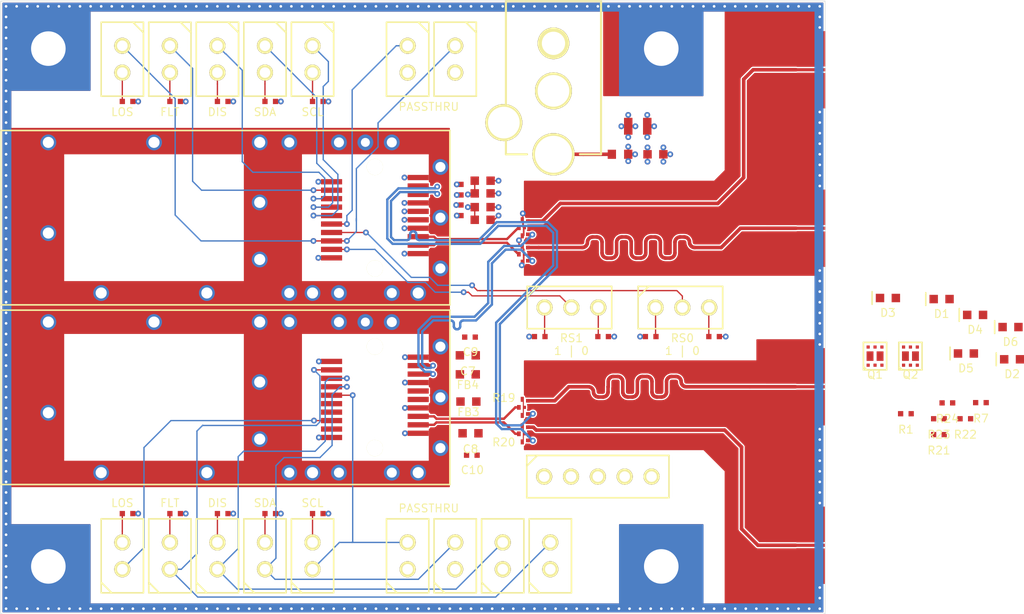
<source format=kicad_pcb>
(kicad_pcb (version 20171130) (host pcbnew "(5.1.4)")
  (layers (0 F.Cu signal) (1 In1.Cu signal) (2 In2.Cu signal) (31 B.Cu signal) (34 B.Paste user) (35 F.Paste user) (36 B.SilkS user) (37 F.SilkS user) (38 B.Mask user) (39 F.Mask user) (44 Edge.Cuts user))
  (net 0 "")
  (net 1 /GND)
  (net 2 /3V3)
  (net 3 /VDD_TX1)
  (net 4 /VDD_RX1)
  (net 5 /VDD_TX2)
  (net 6 /VDD_RX2)
  (net 7 "Net-(D1-Pad2)")
  (net 8 /MOD_ABS1)
  (net 9 "Net-(D2-Pad1)")
  (net 10 "Net-(D3-Pad1)")
  (net 11 "Net-(D4-Pad1)")
  (net 12 "Net-(D5-Pad1)")
  (net 13 "Net-(D6-Pad2)")
  (net 14 /MOD_ABS2)
  (net 15 "Net-(F1-Pad1)")
  (net 16 "Net-(J3-Pad3)")
  (net 17 /RS0)
  (net 18 "Net-(J3-Pad1)")
  (net 19 "Net-(J4-Pad3)")
  (net 20 /RS1)
  (net 21 "Net-(J4-Pad1)")
  (net 22 /RX1_N)
  (net 23 /RX1_P)
  (net 24 /TX1_N)
  (net 25 /TX1_P)
  (net 26 /RX_LOS1)
  (net 27 /I2C_SCL1)
  (net 28 /I2C_SDA1)
  (net 29 /TX_DISABLE1)
  (net 30 /TX_FAULT1)
  (net 31 /RX_TAP_P)
  (net 32 /RX_TAP_N)
  (net 33 /TX_TAP_P)
  (net 34 /TX_TAP_N)
  (net 35 /RX_LOS2)
  (net 36 /I2C_SCL2)
  (net 37 /TX_DISABLE2)
  (net 38 /TX_FAULT2)
  (net 39 /I2C_SDA2)
  (net 40 "Net-(J18-Pad2)")
  (net 41 "Net-(J19-Pad2)")
  (net 42 "Net-(J20-Pad2)")
  (net 43 "Net-(J21-Pad2)")
  (net 44 /RX2_N)
  (net 45 /RX2_P)
  (net 46 /TX2_N)
  (net 47 /TX2_P)
  (net 48 "Net-(J23-Pad2)")
  (net 49 "Net-(J24-Pad2)")
  (net 50 "Net-(J25-Pad2)")
  (net 51 "Net-(J26-Pad2)")
  (net 52 "Net-(Q1-PadD1)")
  (net 53 "Net-(Q1-PadD2)")
  (net 54 "Net-(Q2-PadD1)")
  (net 55 "Net-(Q2-PadD2)")
  (net 56 "Net-(J6-Pad2)")
  (net 57 "Net-(J27-Pad2)")
  (module azonenberg_pcb:CONN_SFP_CAGE_TE_2007194-1 (layer F.Cu) (at 77 73)
    (fp_text reference J7 hide)
    (fp_text value SFP_CAGE hide)
    (pad 1 thru_hole circle (at 7.1 4.8) (size 1.5 1.5) (drill 0.95) (layers *.Cu *.Mask) (net 1 /GND))
    (pad 1 thru_hole circle (at 7.1 0) (size 1.5 1.5) (drill 0.95) (layers *.Cu *.Mask) (net 1 /GND))
    (pad 1 thru_hole circle (at 7.1 -4.8) (size 1.5 1.5) (drill 0.95) (layers *.Cu *.Mask) (net 1 /GND))
    (pad 1 thru_hole circle (at 2.5 7.125) (size 1.5 1.5) (drill 0.95) (layers *.Cu *.Mask) (net 1 /GND))
    (pad 1 thru_hole circle (at 2.5 -7.125) (size 1.5 1.5) (drill 0.95) (layers *.Cu *.Mask) (net 1 /GND))
    (pad 1 thru_hole circle (at -2.5 7.125) (size 1.5 1.5) (drill 0.95) (layers *.Cu *.Mask) (net 1 /GND))
    (pad 1 thru_hole circle (at -7.2 7.125) (size 1.5 1.5) (drill 0.95) (layers *.Cu *.Mask) (net 1 /GND))
    (pad 1 thru_hole circle (at -7.2 -7.125) (size 1.5 1.5) (drill 0.95) (layers *.Cu *.Mask) (net 1 /GND))
    (pad 1 thru_hole circle (at -2.5 -7.125) (size 1.5 1.5) (drill 0.95) (layers *.Cu *.Mask) (net 1 /GND))
    (pad 1 thru_hole circle (at -25 7.125) (size 1.5 1.5) (drill 1.05) (layers *.Cu *.Mask) (net 1 /GND))
    (pad 1 thru_hole circle (at -15 7.125) (size 1.5 1.5) (drill 1.05) (layers *.Cu *.Mask) (net 1 /GND))
    (pad 1 thru_hole circle (at -5 7.125) (size 1.5 1.5) (drill 1.05) (layers *.Cu *.Mask) (net 1 /GND))
    (pad 1 thru_hole circle (at 5 7.125) (size 1.5 1.5) (drill 1.05) (layers *.Cu *.Mask) (net 1 /GND))
    (pad 1 thru_hole circle (at -30 1.455) (size 1.5 1.5) (drill 1.05) (layers *.Cu *.Mask) (net 1 /GND))
    (pad 1 thru_hole circle (at -10 3.955) (size 1.5 1.5) (drill 1.05) (layers *.Cu *.Mask) (net 1 /GND))
    (pad 1 thru_hole circle (at -10 -1.445) (size 1.5 1.5) (drill 1.05) (layers *.Cu *.Mask) (net 1 /GND))
    (pad 1 thru_hole circle (at 0 -7.125) (size 1.5 1.5) (drill 0.85) (layers *.Cu *.Mask) (net 1 /GND))
    (pad 1 thru_hole circle (at -10 -7.125) (size 1.5 1.5) (drill 1.05) (layers *.Cu *.Mask) (net 1 /GND))
    (pad 1 thru_hole circle (at -20 -7.125) (size 1.5 1.5) (drill 1.05) (layers *.Cu *.Mask) (net 1 /GND))
    (pad 1 thru_hole circle (at -30 -7.125) (size 1.5 1.5) (drill 1.05) (layers *.Cu *.Mask) (net 1 /GND))
  )
  (module azonenberg_pcb:CONN_SFP_CAGE_TE_2007194-1 (layer F.Cu) (at 77 56)
    (fp_text reference J1 hide)
    (fp_text value SFP_CAGE hide)
    (pad 1 thru_hole circle (at 7.1 4.8) (size 1.5 1.5) (drill 0.95) (layers *.Cu *.Mask) (net 1 /GND))
    (pad 1 thru_hole circle (at 7.1 0) (size 1.5 1.5) (drill 0.95) (layers *.Cu *.Mask) (net 1 /GND))
    (pad 1 thru_hole circle (at 7.1 -4.8) (size 1.5 1.5) (drill 0.95) (layers *.Cu *.Mask) (net 1 /GND))
    (pad 1 thru_hole circle (at 2.5 7.125) (size 1.5 1.5) (drill 0.95) (layers *.Cu *.Mask) (net 1 /GND))
    (pad 1 thru_hole circle (at 2.5 -7.125) (size 1.5 1.5) (drill 0.95) (layers *.Cu *.Mask) (net 1 /GND))
    (pad 1 thru_hole circle (at -2.5 7.125) (size 1.5 1.5) (drill 0.95) (layers *.Cu *.Mask) (net 1 /GND))
    (pad 1 thru_hole circle (at -7.2 7.125) (size 1.5 1.5) (drill 0.95) (layers *.Cu *.Mask) (net 1 /GND))
    (pad 1 thru_hole circle (at -7.2 -7.125) (size 1.5 1.5) (drill 0.95) (layers *.Cu *.Mask) (net 1 /GND))
    (pad 1 thru_hole circle (at -2.5 -7.125) (size 1.5 1.5) (drill 0.95) (layers *.Cu *.Mask) (net 1 /GND))
    (pad 1 thru_hole circle (at -25 7.125) (size 1.5 1.5) (drill 1.05) (layers *.Cu *.Mask) (net 1 /GND))
    (pad 1 thru_hole circle (at -15 7.125) (size 1.5 1.5) (drill 1.05) (layers *.Cu *.Mask) (net 1 /GND))
    (pad 1 thru_hole circle (at -5 7.125) (size 1.5 1.5) (drill 1.05) (layers *.Cu *.Mask) (net 1 /GND))
    (pad 1 thru_hole circle (at 5 7.125) (size 1.5 1.5) (drill 1.05) (layers *.Cu *.Mask) (net 1 /GND))
    (pad 1 thru_hole circle (at -30 1.455) (size 1.5 1.5) (drill 1.05) (layers *.Cu *.Mask) (net 1 /GND))
    (pad 1 thru_hole circle (at -10 3.955) (size 1.5 1.5) (drill 1.05) (layers *.Cu *.Mask) (net 1 /GND))
    (pad 1 thru_hole circle (at -10 -1.445) (size 1.5 1.5) (drill 1.05) (layers *.Cu *.Mask) (net 1 /GND))
    (pad 1 thru_hole circle (at 0 -7.125) (size 1.5 1.5) (drill 0.85) (layers *.Cu *.Mask) (net 1 /GND))
    (pad 1 thru_hole circle (at -10 -7.125) (size 1.5 1.5) (drill 1.05) (layers *.Cu *.Mask) (net 1 /GND))
    (pad 1 thru_hole circle (at -20 -7.125) (size 1.5 1.5) (drill 1.05) (layers *.Cu *.Mask) (net 1 /GND))
    (pad 1 thru_hole circle (at -30 -7.125) (size 1.5 1.5) (drill 1.05) (layers *.Cu *.Mask) (net 1 /GND))
  )
  (module azonenberg_pcb:CONN_SFP+_AMPHENOL_UE76_A10_2000T (layer F.Cu) (at 77 73)
    (fp_text reference J22 hide)
    (fp_text value CONN_SFP_HOST hide)
    (pad "" np_thru_hole circle (at 0.9 4.8) (size 1.55 1.55) (drill 1.55) (layers *.Cu *.Mask F.SilkS))
    (pad "" np_thru_hole circle (at 0.9 -4.8) (size 1.55 1.55) (drill 1.55) (layers *.Cu *.Mask F.SilkS))
    (pad 12 smd rect (at 5 2.6) (size 2 0.5) (layers F.Cu F.Paste F.Mask) (net 44 /RX2_N))
    (pad 13 smd rect (at 5 1.8) (size 2 0.5) (layers F.Cu F.Paste F.Mask) (net 45 /RX2_P))
    (pad 16 smd rect (at 5 -0.6) (size 2 0.5) (layers F.Cu F.Paste F.Mask) (net 5 /VDD_TX2))
    (pad 11 smd rect (at 5 3.4) (size 2 0.5) (layers F.Cu F.Paste F.Mask) (net 1 /GND))
    (pad 15 smd rect (at 5 0.2) (size 2 0.5) (layers F.Cu F.Paste F.Mask) (net 6 /VDD_RX2))
    (pad 14 smd rect (at 5 1) (size 2 0.5) (layers F.Cu F.Paste F.Mask) (net 1 /GND))
    (pad 20 smd rect (at 5 -3.8) (size 2 0.5) (layers F.Cu F.Paste F.Mask) (net 1 /GND))
    (pad 19 smd rect (at 5 -3) (size 2 0.5) (layers F.Cu F.Paste F.Mask) (net 46 /TX2_N))
    (pad 18 smd rect (at 5 -2.2) (size 2 0.5) (layers F.Cu F.Paste F.Mask) (net 47 /TX2_P))
    (pad 17 smd rect (at 5 -1.4) (size 2 0.5) (layers F.Cu F.Paste F.Mask) (net 1 /GND))
    (pad 9 smd rect (at -3.2 3) (size 2 0.5) (layers F.Cu F.Paste F.Mask) (net 20 /RS1))
    (pad 10 smd rect (at -3.2 3.8) (size 2 0.5) (layers F.Cu F.Paste F.Mask) (net 1 /GND))
    (pad 8 smd rect (at -3.2 2.2) (size 2 0.5) (layers F.Cu F.Paste F.Mask) (net 35 /RX_LOS2))
    (pad 5 smd rect (at -3.2 -0.2) (size 2 0.5) (layers F.Cu F.Paste F.Mask) (net 36 /I2C_SCL2))
    (pad 6 smd rect (at -3.2 0.6) (size 2 0.5) (layers F.Cu F.Paste F.Mask) (net 14 /MOD_ABS2))
    (pad 7 smd rect (at -3.2 1.4) (size 2 0.5) (layers F.Cu F.Paste F.Mask) (net 17 /RS0))
    (pad 4 smd rect (at -3.2 -1) (size 2 0.5) (layers F.Cu F.Paste F.Mask) (net 39 /I2C_SDA2))
    (pad 3 smd rect (at -3.2 -1.8) (size 2 0.5) (layers F.Cu F.Paste F.Mask) (net 37 /TX_DISABLE2))
    (pad 2 smd rect (at -3.2 -2.6) (size 2 0.5) (layers F.Cu F.Paste F.Mask) (net 38 /TX_FAULT2))
    (pad 1 smd rect (at -3.2 -3.4) (size 2 0.5) (layers F.Cu F.Paste F.Mask) (net 1 /GND))
  )
  (module azonenberg_pcb:CONN_SFP+_AMPHENOL_UE76_A10_2000T (layer F.Cu) (at 77 56)
    (fp_text reference J5 hide)
    (fp_text value CONN_SFP_HOST hide)
    (pad "" np_thru_hole circle (at 0.9 4.8) (size 1.55 1.55) (drill 1.55) (layers *.Cu *.Mask F.SilkS))
    (pad "" np_thru_hole circle (at 0.9 -4.8) (size 1.55 1.55) (drill 1.55) (layers *.Cu *.Mask F.SilkS))
    (pad 12 smd rect (at 5 2.6) (size 2 0.5) (layers F.Cu F.Paste F.Mask) (net 22 /RX1_N))
    (pad 13 smd rect (at 5 1.8) (size 2 0.5) (layers F.Cu F.Paste F.Mask) (net 23 /RX1_P))
    (pad 16 smd rect (at 5 -0.6) (size 2 0.5) (layers F.Cu F.Paste F.Mask) (net 3 /VDD_TX1))
    (pad 11 smd rect (at 5 3.4) (size 2 0.5) (layers F.Cu F.Paste F.Mask) (net 1 /GND))
    (pad 15 smd rect (at 5 0.2) (size 2 0.5) (layers F.Cu F.Paste F.Mask) (net 4 /VDD_RX1))
    (pad 14 smd rect (at 5 1) (size 2 0.5) (layers F.Cu F.Paste F.Mask) (net 1 /GND))
    (pad 20 smd rect (at 5 -3.8) (size 2 0.5) (layers F.Cu F.Paste F.Mask) (net 1 /GND))
    (pad 19 smd rect (at 5 -3) (size 2 0.5) (layers F.Cu F.Paste F.Mask) (net 24 /TX1_N))
    (pad 18 smd rect (at 5 -2.2) (size 2 0.5) (layers F.Cu F.Paste F.Mask) (net 25 /TX1_P))
    (pad 17 smd rect (at 5 -1.4) (size 2 0.5) (layers F.Cu F.Paste F.Mask) (net 1 /GND))
    (pad 9 smd rect (at -3.2 3) (size 2 0.5) (layers F.Cu F.Paste F.Mask) (net 20 /RS1))
    (pad 10 smd rect (at -3.2 3.8) (size 2 0.5) (layers F.Cu F.Paste F.Mask) (net 1 /GND))
    (pad 8 smd rect (at -3.2 2.2) (size 2 0.5) (layers F.Cu F.Paste F.Mask) (net 26 /RX_LOS1))
    (pad 5 smd rect (at -3.2 -0.2) (size 2 0.5) (layers F.Cu F.Paste F.Mask) (net 27 /I2C_SCL1))
    (pad 6 smd rect (at -3.2 0.6) (size 2 0.5) (layers F.Cu F.Paste F.Mask) (net 8 /MOD_ABS1))
    (pad 7 smd rect (at -3.2 1.4) (size 2 0.5) (layers F.Cu F.Paste F.Mask) (net 17 /RS0))
    (pad 4 smd rect (at -3.2 -1) (size 2 0.5) (layers F.Cu F.Paste F.Mask) (net 28 /I2C_SDA1))
    (pad 3 smd rect (at -3.2 -1.8) (size 2 0.5) (layers F.Cu F.Paste F.Mask) (net 29 /TX_DISABLE1))
    (pad 2 smd rect (at -3.2 -2.6) (size 2 0.5) (layers F.Cu F.Paste F.Mask) (net 30 /TX_FAULT1))
    (pad 1 smd rect (at -3.2 -3.4) (size 2 0.5) (layers F.Cu F.Paste F.Mask) (net 1 /GND))
  )
  (module azonenberg_pcb:SPLITTER_SUSUMU_PS1608G (layer F.Cu) (at 92 76.45 90)
    (fp_text reference R20 (at -0.8 -1.9 180) (layer F.SilkS) (effects (font (size 0.75 0.75) (thickness 0.1))))
    (fp_text value PS1608GT2-R50-T1 hide)
    (pad 4 smd custom (at 0 0 90) (size 0.25 0.2) (layers F.Cu F.Paste F.Mask) (net 1 /GND) (options (clearance outline) (anchor rect)) (primitives (gr_poly (pts (xy -1 -0.3) (xy -0.525 -0.3) (xy -0.525 -0.1) (xy 0.525 -0.1) (xy 0.525 -0.3) (xy 1 -0.3) (xy 1 0) (xy 0.15 0) (xy 0.15 0.2) (xy -0.15 0.2) (xy -0.15 0) (xy -1 0)) (width 0))))
    (pad 1 smd rect (at 0 -0.475 90) (size 0.45 0.35) (layers F.Cu F.Paste F.Mask) (net 44 /RX2_N))
    (pad 3 smd rect (at 0.625 0.375 90) (size 0.35 0.35) (layers F.Cu F.Paste F.Mask) (net 34 /TX_TAP_N))
    (pad 2 smd rect (at -0.625 0.375 90) (size 0.35 0.35) (layers F.Cu F.Paste F.Mask) (net 24 /TX1_N))
  )
  (module azonenberg_pcb:SPLITTER_SUSUMU_PS1608G (layer F.Cu) (at 92 73.95 90)
    (fp_text reference R19 (at 0.9 -1.9 180) (layer F.SilkS) (effects (font (size 0.75 0.75) (thickness 0.1))))
    (fp_text value PS1608GT2-R50-T1 hide)
    (pad 4 smd custom (at 0 0 90) (size 0.25 0.2) (layers F.Cu F.Paste F.Mask) (net 1 /GND) (options (clearance outline) (anchor rect)) (primitives (gr_poly (pts (xy -1 -0.3) (xy -0.525 -0.3) (xy -0.525 -0.1) (xy 0.525 -0.1) (xy 0.525 -0.3) (xy 1 -0.3) (xy 1 0) (xy 0.15 0) (xy 0.15 0.2) (xy -0.15 0.2) (xy -0.15 0) (xy -1 0)) (width 0))))
    (pad 1 smd rect (at 0 -0.475 90) (size 0.45 0.35) (layers F.Cu F.Paste F.Mask) (net 45 /RX2_P))
    (pad 3 smd rect (at 0.625 0.375 90) (size 0.35 0.35) (layers F.Cu F.Paste F.Mask) (net 33 /TX_TAP_P))
    (pad 2 smd rect (at -0.625 0.375 90) (size 0.35 0.35) (layers F.Cu F.Paste F.Mask) (net 25 /TX1_P))
  )
  (module azonenberg_pcb:SPLITTER_SUSUMU_PS1608G (layer F.Cu) (at 92 59.45 90)
    (fp_text reference R18 hide)
    (fp_text value PS1608GT2-R50-T1 hide)
    (pad 4 smd custom (at 0 0 90) (size 0.25 0.2) (layers F.Cu F.Paste F.Mask) (net 1 /GND) (options (clearance outline) (anchor rect)) (primitives (gr_poly (pts (xy -1 -0.3) (xy -0.525 -0.3) (xy -0.525 -0.1) (xy 0.525 -0.1) (xy 0.525 -0.3) (xy 1 -0.3) (xy 1 0) (xy 0.15 0) (xy 0.15 0.2) (xy -0.15 0.2) (xy -0.15 0) (xy -1 0)) (width 0))))
    (pad 1 smd rect (at 0 -0.475 90) (size 0.45 0.35) (layers F.Cu F.Paste F.Mask) (net 22 /RX1_N))
    (pad 3 smd rect (at 0.625 0.375 90) (size 0.35 0.35) (layers F.Cu F.Paste F.Mask) (net 32 /RX_TAP_N))
    (pad 2 smd rect (at -0.625 0.375 90) (size 0.35 0.35) (layers F.Cu F.Paste F.Mask) (net 46 /TX2_N))
  )
  (module azonenberg_pcb:SPLITTER_SUSUMU_PS1608G (layer F.Cu) (at 92 56.95 90)
    (fp_text reference R17 hide)
    (fp_text value PS1608GT2-R50-T1 hide)
    (pad 4 smd custom (at 0 0 90) (size 0.25 0.2) (layers F.Cu F.Paste F.Mask) (net 1 /GND) (options (clearance outline) (anchor rect)) (primitives (gr_poly (pts (xy -1 -0.3) (xy -0.525 -0.3) (xy -0.525 -0.1) (xy 0.525 -0.1) (xy 0.525 -0.3) (xy 1 -0.3) (xy 1 0) (xy 0.15 0) (xy 0.15 0.2) (xy -0.15 0.2) (xy -0.15 0) (xy -1 0)) (width 0))))
    (pad 1 smd rect (at 0 -0.475 90) (size 0.45 0.35) (layers F.Cu F.Paste F.Mask) (net 23 /RX1_P))
    (pad 3 smd rect (at 0.625 0.375 90) (size 0.35 0.35) (layers F.Cu F.Paste F.Mask) (net 31 /RX_TAP_P))
    (pad 2 smd rect (at -0.625 0.375 90) (size 0.35 0.35) (layers F.Cu F.Paste F.Mask) (net 47 /TX2_P))
  )
  (module azonenberg_pcb:EIA_0603_RES_NOSILK (layer F.Cu) (at 101.1 50)
    (fp_text reference F1 hide)
    (fp_text value 2A hide)
    (pad 2 smd rect (at 0.775 0) (size 0.787 0.864) (layers F.Cu F.Paste F.Mask) (net 2 /3V3))
    (pad 1 smd rect (at -0.775 0) (size 0.787 0.864) (layers F.Cu F.Paste F.Mask) (net 15 "Net-(F1-Pad1)"))
  )
  (module azonenberg_pcb:EIA_0805_CAP_NOSILK (layer F.Cu) (at 102.775 47.35)
    (fp_text reference C1 hide)
    (fp_text value "22 uF" hide)
    (pad 2 smd rect (at 0.9 0) (size 0.8 1.6) (layers F.Cu F.Paste F.Mask) (net 1 /GND))
    (pad 1 smd rect (at -0.9 0) (size 0.8 1.6) (layers F.Cu F.Paste F.Mask) (net 2 /3V3))
  )
  (module azonenberg_pcb:EIA_0402_RES_NOSILK (layer F.Cu) (at 132.075 73.525)
    (fp_text reference R24 (at 0 1.5) (layer F.SilkS) (effects (font (size 0.75 0.75) (thickness 0.1))))
    (fp_text value 470 hide)
    (pad 2 smd rect (at 0.5 0) (size 0.5 0.5) (layers F.Cu F.Paste F.Mask) (net 13 "Net-(D6-Pad2)"))
    (pad 1 smd rect (at -0.5 0) (size 0.5 0.5) (layers F.Cu F.Paste F.Mask) (net 2 /3V3))
  )
  (module azonenberg_pcb:EIA_0402_RES_NOSILK (layer F.Cu) (at 131.275 75.025)
    (fp_text reference R23 (at 0 1.5) (layer F.SilkS) (effects (font (size 0.75 0.75) (thickness 0.1))))
    (fp_text value 470 hide)
    (pad 2 smd rect (at 0.5 0) (size 0.5 0.5) (layers F.Cu F.Paste F.Mask) (net 55 "Net-(Q2-PadD2)"))
    (pad 1 smd rect (at -0.5 0) (size 0.5 0.5) (layers F.Cu F.Paste F.Mask) (net 12 "Net-(D5-Pad1)"))
  )
  (module azonenberg_pcb:EIA_0402_RES_NOSILK (layer F.Cu) (at 133.775 75.025)
    (fp_text reference R22 (at 0 1.5) (layer F.SilkS) (effects (font (size 0.75 0.75) (thickness 0.1))))
    (fp_text value 470 hide)
    (pad 2 smd rect (at 0.5 0) (size 0.5 0.5) (layers F.Cu F.Paste F.Mask) (net 54 "Net-(Q2-PadD1)"))
    (pad 1 smd rect (at -0.5 0) (size 0.5 0.5) (layers F.Cu F.Paste F.Mask) (net 11 "Net-(D4-Pad1)"))
  )
  (module azonenberg_pcb:EIA_0402_RES_NOSILK (layer F.Cu) (at 131.275 76.525)
    (fp_text reference R21 (at 0 1.5) (layer F.SilkS) (effects (font (size 0.75 0.75) (thickness 0.1))))
    (fp_text value 470 hide)
    (pad 2 smd rect (at 0.5 0) (size 0.5 0.5) (layers F.Cu F.Paste F.Mask) (net 53 "Net-(Q1-PadD2)"))
    (pad 1 smd rect (at -0.5 0) (size 0.5 0.5) (layers F.Cu F.Paste F.Mask) (net 10 "Net-(D3-Pad1)"))
  )
  (module azonenberg_pcb:EIA_0402_RES_NOSILK (layer F.Cu) (at 63.5 84 180)
    (fp_text reference R16 hide)
    (fp_text value 1K hide)
    (pad 2 smd rect (at 0.5 0 180) (size 0.5 0.5) (layers F.Cu F.Paste F.Mask) (net 57 "Net-(J27-Pad2)"))
    (pad 1 smd rect (at -0.5 0 180) (size 0.5 0.5) (layers F.Cu F.Paste F.Mask) (net 2 /3V3))
  )
  (module azonenberg_pcb:EIA_0402_RES_NOSILK (layer F.Cu) (at 68 84 180)
    (fp_text reference R15 hide)
    (fp_text value 4.7K hide)
    (pad 2 smd rect (at 0.5 0 180) (size 0.5 0.5) (layers F.Cu F.Paste F.Mask) (net 51 "Net-(J26-Pad2)"))
    (pad 1 smd rect (at -0.5 0 180) (size 0.5 0.5) (layers F.Cu F.Paste F.Mask) (net 2 /3V3))
  )
  (module azonenberg_pcb:EIA_0402_RES_NOSILK (layer F.Cu) (at 72.5 84 180)
    (fp_text reference R14 hide)
    (fp_text value 4.7K hide)
    (pad 2 smd rect (at 0.5 0 180) (size 0.5 0.5) (layers F.Cu F.Paste F.Mask) (net 50 "Net-(J25-Pad2)"))
    (pad 1 smd rect (at -0.5 0 180) (size 0.5 0.5) (layers F.Cu F.Paste F.Mask) (net 2 /3V3))
  )
  (module azonenberg_pcb:EIA_0402_RES_NOSILK (layer F.Cu) (at 54.499999 84 180)
    (fp_text reference R13 hide)
    (fp_text value 4.7K hide)
    (pad 2 smd rect (at 0.5 0 180) (size 0.5 0.5) (layers F.Cu F.Paste F.Mask) (net 49 "Net-(J24-Pad2)"))
    (pad 1 smd rect (at -0.5 0 180) (size 0.5 0.5) (layers F.Cu F.Paste F.Mask) (net 2 /3V3))
  )
  (module azonenberg_pcb:EIA_0402_RES_NOSILK (layer F.Cu) (at 54.5 45 180)
    (fp_text reference R12 hide)
    (fp_text value 4.7K hide)
    (pad 2 smd rect (at 0.5 0 180) (size 0.5 0.5) (layers F.Cu F.Paste F.Mask) (net 48 "Net-(J23-Pad2)"))
    (pad 1 smd rect (at -0.5 0 180) (size 0.5 0.5) (layers F.Cu F.Paste F.Mask) (net 2 /3V3))
  )
  (module azonenberg_pcb:EIA_0402_RES_NOSILK (layer F.Cu) (at 63.499999 45 180)
    (fp_text reference R11 hide)
    (fp_text value 1K hide)
    (pad 2 smd rect (at 0.5 0 180) (size 0.5 0.5) (layers F.Cu F.Paste F.Mask) (net 56 "Net-(J6-Pad2)"))
    (pad 1 smd rect (at -0.5 0 180) (size 0.5 0.5) (layers F.Cu F.Paste F.Mask) (net 2 /3V3))
  )
  (module azonenberg_pcb:EIA_0402_RES_NOSILK (layer F.Cu) (at 67.999999 45 180)
    (fp_text reference R10 hide)
    (fp_text value 4.7K hide)
    (pad 2 smd rect (at 0.5 0 180) (size 0.5 0.5) (layers F.Cu F.Paste F.Mask) (net 43 "Net-(J21-Pad2)"))
    (pad 1 smd rect (at -0.5 0 180) (size 0.5 0.5) (layers F.Cu F.Paste F.Mask) (net 2 /3V3))
  )
  (module azonenberg_pcb:EIA_0402_RES_NOSILK (layer F.Cu) (at 72.5 45 180)
    (fp_text reference R9 hide)
    (fp_text value 4.7K hide)
    (pad 2 smd rect (at 0.5 0 180) (size 0.5 0.5) (layers F.Cu F.Paste F.Mask) (net 42 "Net-(J20-Pad2)"))
    (pad 1 smd rect (at -0.5 0 180) (size 0.5 0.5) (layers F.Cu F.Paste F.Mask) (net 2 /3V3))
  )
  (module azonenberg_pcb:EIA_0402_RES_NOSILK (layer F.Cu) (at 59 84 180)
    (fp_text reference R8 hide)
    (fp_text value 4.7K hide)
    (pad 2 smd rect (at 0.5 0 180) (size 0.5 0.5) (layers F.Cu F.Paste F.Mask) (net 41 "Net-(J19-Pad2)"))
    (pad 1 smd rect (at -0.5 0 180) (size 0.5 0.5) (layers F.Cu F.Paste F.Mask) (net 2 /3V3))
  )
  (module azonenberg_pcb:EIA_0402_RES_NOSILK (layer F.Cu) (at 135.25 73.5)
    (fp_text reference R7 (at 0 1.5) (layer F.SilkS) (effects (font (size 0.75 0.75) (thickness 0.1))))
    (fp_text value 470 hide)
    (pad 2 smd rect (at 0.5 0) (size 0.5 0.5) (layers F.Cu F.Paste F.Mask) (net 7 "Net-(D1-Pad2)"))
    (pad 1 smd rect (at -0.5 0) (size 0.5 0.5) (layers F.Cu F.Paste F.Mask) (net 2 /3V3))
  )
  (module azonenberg_pcb:EIA_0402_RES_NOSILK (layer F.Cu) (at 99.5 67.25 180)
    (fp_text reference R6 hide)
    (fp_text value 1K hide)
    (pad 2 smd rect (at 0.5 0 180) (size 0.5 0.5) (layers F.Cu F.Paste F.Mask) (net 19 "Net-(J4-Pad3)"))
    (pad 1 smd rect (at -0.5 0 180) (size 0.5 0.5) (layers F.Cu F.Paste F.Mask) (net 1 /GND))
  )
  (module azonenberg_pcb:EIA_0402_RES_NOSILK (layer F.Cu) (at 93.500001 67.25)
    (fp_text reference R5 hide)
    (fp_text value 1K hide)
    (pad 2 smd rect (at 0.5 0) (size 0.5 0.5) (layers F.Cu F.Paste F.Mask) (net 21 "Net-(J4-Pad1)"))
    (pad 1 smd rect (at -0.5 0) (size 0.5 0.5) (layers F.Cu F.Paste F.Mask) (net 2 /3V3))
  )
  (module azonenberg_pcb:EIA_0402_RES_NOSILK (layer F.Cu) (at 110.000001 67.25 180)
    (fp_text reference R4 hide)
    (fp_text value 1K hide)
    (pad 2 smd rect (at 0.5 0 180) (size 0.5 0.5) (layers F.Cu F.Paste F.Mask) (net 16 "Net-(J3-Pad3)"))
    (pad 1 smd rect (at -0.5 0 180) (size 0.5 0.5) (layers F.Cu F.Paste F.Mask) (net 1 /GND))
  )
  (module azonenberg_pcb:EIA_0402_RES_NOSILK (layer F.Cu) (at 104 67.25)
    (fp_text reference R3 hide)
    (fp_text value 1K hide)
    (pad 2 smd rect (at 0.5 0) (size 0.5 0.5) (layers F.Cu F.Paste F.Mask) (net 18 "Net-(J3-Pad1)"))
    (pad 1 smd rect (at -0.5 0) (size 0.5 0.5) (layers F.Cu F.Paste F.Mask) (net 2 /3V3))
  )
  (module azonenberg_pcb:EIA_0402_RES_NOSILK (layer F.Cu) (at 59 45 180)
    (fp_text reference R2 hide)
    (fp_text value 4.7K hide)
    (pad 2 smd rect (at 0.5 0 180) (size 0.5 0.5) (layers F.Cu F.Paste F.Mask) (net 40 "Net-(J18-Pad2)"))
    (pad 1 smd rect (at -0.5 0 180) (size 0.5 0.5) (layers F.Cu F.Paste F.Mask) (net 2 /3V3))
  )
  (module azonenberg_pcb:EIA_0402_RES_NOSILK (layer F.Cu) (at 128.15 74.55)
    (fp_text reference R1 (at 0 1.5) (layer F.SilkS) (effects (font (size 0.75 0.75) (thickness 0.1))))
    (fp_text value 470 hide)
    (pad 2 smd rect (at 0.5 0) (size 0.5 0.5) (layers F.Cu F.Paste F.Mask) (net 52 "Net-(Q1-PadD1)"))
    (pad 1 smd rect (at -0.5 0) (size 0.5 0.5) (layers F.Cu F.Paste F.Mask) (net 9 "Net-(D2-Pad1)"))
  )
  (module azonenberg_pcb:DFN_6_0.65MM_2x2MM_GDS (layer F.Cu) (at 128.580001 69.100001)
    (fp_text reference Q2 (at 0 1.75) (layer F.SilkS) (effects (font (size 0.75 0.75) (thickness 0.1))))
    (fp_text value SSM6N58NU hide)
    (pad D1 smd rect (at -0.475 0) (size 0.65 0.9) (layers F.Cu F.Paste F.Mask) (net 54 "Net-(Q2-PadD1)"))
    (pad D2 smd rect (at 0.475 0) (size 0.65 0.9) (layers F.Cu F.Paste F.Mask) (net 55 "Net-(Q2-PadD2)"))
    (pad D1 smd rect (at -0.65 -0.86) (size 0.3 0.3) (layers F.Cu F.Paste F.Mask) (net 54 "Net-(Q2-PadD1)"))
    (pad G2 smd rect (at 0 -0.86) (size 0.3 0.3) (layers F.Cu F.Paste F.Mask) (net 38 /TX_FAULT2))
    (pad S2 smd rect (at 0.65 -0.86) (size 0.3 0.3) (layers F.Cu F.Paste F.Mask) (net 1 /GND))
    (pad D2 smd rect (at 0.65 0.86) (size 0.3 0.3) (layers F.Cu F.Paste F.Mask) (net 55 "Net-(Q2-PadD2)"))
    (pad G1 smd rect (at 0 0.86) (size 0.3 0.3) (layers F.Cu F.Paste F.Mask) (net 30 /TX_FAULT1))
    (pad S1 smd rect (at -0.65 0.86) (size 0.3 0.3) (layers F.Cu F.Paste F.Mask) (net 1 /GND))
  )
  (module azonenberg_pcb:DFN_6_0.65MM_2x2MM_GDS (layer F.Cu) (at 125.230001 69.100001)
    (fp_text reference Q1 (at 0 1.75) (layer F.SilkS) (effects (font (size 0.75 0.75) (thickness 0.1))))
    (fp_text value SSM6N58NU hide)
    (pad D1 smd rect (at -0.475 0) (size 0.65 0.9) (layers F.Cu F.Paste F.Mask) (net 52 "Net-(Q1-PadD1)"))
    (pad D2 smd rect (at 0.475 0) (size 0.65 0.9) (layers F.Cu F.Paste F.Mask) (net 53 "Net-(Q1-PadD2)"))
    (pad D1 smd rect (at -0.65 -0.86) (size 0.3 0.3) (layers F.Cu F.Paste F.Mask) (net 52 "Net-(Q1-PadD1)"))
    (pad G2 smd rect (at 0 -0.86) (size 0.3 0.3) (layers F.Cu F.Paste F.Mask) (net 35 /RX_LOS2))
    (pad S2 smd rect (at 0.65 -0.86) (size 0.3 0.3) (layers F.Cu F.Paste F.Mask) (net 1 /GND))
    (pad D2 smd rect (at 0.65 0.86) (size 0.3 0.3) (layers F.Cu F.Paste F.Mask) (net 53 "Net-(Q1-PadD2)"))
    (pad G1 smd rect (at 0 0.86) (size 0.3 0.3) (layers F.Cu F.Paste F.Mask) (net 26 /RX_LOS1))
    (pad S1 smd rect (at -0.65 0.86) (size 0.3 0.3) (layers F.Cu F.Paste F.Mask) (net 1 /GND))
  )
  (module azonenberg_pcb:MECHANICAL_CLEARANCEHOLE_4_40 (layer F.Cu) (at 47 40)
    (fp_text reference MH4 hide)
    (fp_text value SCREW_HOLE hide)
    (pad 1 thru_hole circle (at 0 0) (size 6 6) (drill 3.27) (layers *.Cu *.Mask) (net 1 /GND))
  )
  (module azonenberg_pcb:MECHANICAL_CLEARANCEHOLE_4_40 (layer F.Cu) (at 105 89)
    (fp_text reference MH3 hide)
    (fp_text value SCREW_HOLE hide)
    (pad 1 thru_hole circle (at 0 0) (size 6 6) (drill 3.27) (layers *.Cu *.Mask) (net 1 /GND))
  )
  (module azonenberg_pcb:MECHANICAL_CLEARANCEHOLE_4_40 (layer F.Cu) (at 105 40)
    (fp_text reference MH2 hide)
    (fp_text value SCREW_HOLE hide)
    (pad 1 thru_hole circle (at 0 0) (size 6 6) (drill 3.27) (layers *.Cu *.Mask) (net 1 /GND))
  )
  (module azonenberg_pcb:MECHANICAL_CLEARANCEHOLE_4_40 (layer F.Cu) (at 47 89)
    (fp_text reference MH1 hide)
    (fp_text value SCREW_HOLE hide)
    (pad 1 thru_hole circle (at 0 0) (size 6 6) (drill 3.27) (layers *.Cu *.Mask) (net 1 /GND))
  )
  (module azonenberg_pcb:CONN_HEADER_2.54MM_1x5 (layer F.Cu) (at 99 80.5)
    (fp_text reference J28 hide)
    (fp_text value Conn_01x05 hide)
    (pad 5 thru_hole circle (at 5.08 0) (size 1.524 1.524) (drill 1) (layers *.Cu *.Mask F.SilkS) (net 1 /GND))
    (pad 4 thru_hole circle (at 2.54 0) (size 1.524 1.524) (drill 1) (layers *.Cu *.Mask F.SilkS) (net 39 /I2C_SDA2))
    (pad 3 thru_hole circle (at 0 0) (size 1.524 1.524) (drill 1) (layers *.Cu *.Mask F.SilkS) (net 36 /I2C_SCL2))
    (pad 2 thru_hole circle (at -2.54 0) (size 1.524 1.524) (drill 1) (layers *.Cu *.Mask F.SilkS) (net 28 /I2C_SDA1))
    (pad 1 thru_hole circle (at -5.08 0) (size 1.524 1.524) (drill 1) (layers *.Cu *.Mask F.SilkS) (net 27 /I2C_SCL1))
  )
  (module azonenberg_pcb:CONN_HEADER_2.54MM_1x2 (layer F.Cu) (at 63 88 90)
    (fp_text reference J27 hide)
    (fp_text value Conn_01x02 hide)
    (pad 2 thru_hole circle (at 1.27 0 90) (size 1.524 1.524) (drill 1) (layers *.Cu *.Mask F.SilkS) (net 57 "Net-(J27-Pad2)"))
    (pad 1 thru_hole circle (at -1.27 0 90) (size 1.524 1.524) (drill 1) (layers *.Cu *.Mask F.SilkS) (net 37 /TX_DISABLE2))
  )
  (module azonenberg_pcb:CONN_HEADER_2.54MM_1x2 (layer F.Cu) (at 67.5 88 90)
    (fp_text reference J26 hide)
    (fp_text value Conn_01x02 hide)
    (pad 2 thru_hole circle (at 1.27 0 90) (size 1.524 1.524) (drill 1) (layers *.Cu *.Mask F.SilkS) (net 51 "Net-(J26-Pad2)"))
    (pad 1 thru_hole circle (at -1.27 0 90) (size 1.524 1.524) (drill 1) (layers *.Cu *.Mask F.SilkS) (net 39 /I2C_SDA2))
  )
  (module azonenberg_pcb:CONN_HEADER_2.54MM_1x2 (layer F.Cu) (at 72 88 90)
    (fp_text reference J25 hide)
    (fp_text value Conn_01x02 hide)
    (pad 2 thru_hole circle (at 1.27 0 90) (size 1.524 1.524) (drill 1) (layers *.Cu *.Mask F.SilkS) (net 50 "Net-(J25-Pad2)"))
    (pad 1 thru_hole circle (at -1.27 0 90) (size 1.524 1.524) (drill 1) (layers *.Cu *.Mask F.SilkS) (net 36 /I2C_SCL2))
  )
  (module azonenberg_pcb:CONN_HEADER_2.54MM_1x2 (layer F.Cu) (at 54 88 90)
    (fp_text reference J24 hide)
    (fp_text value Conn_01x02 hide)
    (pad 2 thru_hole circle (at 1.27 0 90) (size 1.524 1.524) (drill 1) (layers *.Cu *.Mask F.SilkS) (net 49 "Net-(J24-Pad2)"))
    (pad 1 thru_hole circle (at -1.27 0 90) (size 1.524 1.524) (drill 1) (layers *.Cu *.Mask F.SilkS) (net 35 /RX_LOS2))
  )
  (module azonenberg_pcb:CONN_HEADER_2.54MM_1x2 (layer F.Cu) (at 54 41 270)
    (fp_text reference J23 hide)
    (fp_text value Conn_01x02 hide)
    (pad 2 thru_hole circle (at 1.27 0 270) (size 1.524 1.524) (drill 1) (layers *.Cu *.Mask F.SilkS) (net 48 "Net-(J23-Pad2)"))
    (pad 1 thru_hole circle (at -1.27 0 270) (size 1.524 1.524) (drill 1) (layers *.Cu *.Mask F.SilkS) (net 26 /RX_LOS1))
  )
  (module azonenberg_pcb:CONN_HEADER_2.54MM_1x2 (layer F.Cu) (at 67.5 41 270)
    (fp_text reference J21 hide)
    (fp_text value Conn_01x02 hide)
    (pad 2 thru_hole circle (at 1.27 0 270) (size 1.524 1.524) (drill 1) (layers *.Cu *.Mask F.SilkS) (net 43 "Net-(J21-Pad2)"))
    (pad 1 thru_hole circle (at -1.27 0 270) (size 1.524 1.524) (drill 1) (layers *.Cu *.Mask F.SilkS) (net 28 /I2C_SDA1))
  )
  (module azonenberg_pcb:CONN_HEADER_2.54MM_1x2 (layer F.Cu) (at 72 41 270)
    (fp_text reference J20 hide)
    (fp_text value Conn_01x02 hide)
    (pad 2 thru_hole circle (at 1.27 0 270) (size 1.524 1.524) (drill 1) (layers *.Cu *.Mask F.SilkS) (net 42 "Net-(J20-Pad2)"))
    (pad 1 thru_hole circle (at -1.27 0 270) (size 1.524 1.524) (drill 1) (layers *.Cu *.Mask F.SilkS) (net 27 /I2C_SCL1))
  )
  (module azonenberg_pcb:CONN_HEADER_2.54MM_1x2 (layer F.Cu) (at 58.5 88 90)
    (fp_text reference J19 hide)
    (fp_text value Conn_01x02 hide)
    (pad 2 thru_hole circle (at 1.27 0 90) (size 1.524 1.524) (drill 1) (layers *.Cu *.Mask F.SilkS) (net 41 "Net-(J19-Pad2)"))
    (pad 1 thru_hole circle (at -1.27 0 90) (size 1.524 1.524) (drill 1) (layers *.Cu *.Mask F.SilkS) (net 38 /TX_FAULT2))
  )
  (module azonenberg_pcb:CONN_HEADER_2.54MM_1x2 (layer F.Cu) (at 58.5 41 270)
    (fp_text reference J18 hide)
    (fp_text value Conn_01x02 hide)
    (pad 2 thru_hole circle (at 1.27 0 270) (size 1.524 1.524) (drill 1) (layers *.Cu *.Mask F.SilkS) (net 40 "Net-(J18-Pad2)"))
    (pad 1 thru_hole circle (at -1.27 0 270) (size 1.524 1.524) (drill 1) (layers *.Cu *.Mask F.SilkS) (net 30 /TX_FAULT1))
  )
  (module azonenberg_pcb:CONN_HEADER_2.54MM_1x2 (layer F.Cu) (at 85.5 88 90)
    (fp_text reference J17 hide)
    (fp_text value Conn_01x02 hide)
    (pad 2 thru_hole circle (at 1.27 0 90) (size 1.524 1.524) (drill 1) (layers *.Cu *.Mask F.SilkS) (net 39 /I2C_SDA2))
    (pad 1 thru_hole circle (at -1.27 0 90) (size 1.524 1.524) (drill 1) (layers *.Cu *.Mask F.SilkS) (net 28 /I2C_SDA1))
  )
  (module azonenberg_pcb:CONN_HEADER_2.54MM_1x2 (layer F.Cu) (at 94.5 88 90)
    (fp_text reference J16 hide)
    (fp_text value Conn_01x02 hide)
    (pad 2 thru_hole circle (at 1.27 0 90) (size 1.524 1.524) (drill 1) (layers *.Cu *.Mask F.SilkS) (net 38 /TX_FAULT2))
    (pad 1 thru_hole circle (at -1.27 0 90) (size 1.524 1.524) (drill 1) (layers *.Cu *.Mask F.SilkS) (net 30 /TX_FAULT1))
  )
  (module azonenberg_pcb:CONN_HEADER_2.54MM_1x2 (layer F.Cu) (at 90 88 90)
    (fp_text reference J15 hide)
    (fp_text value Conn_01x02 hide)
    (pad 2 thru_hole circle (at 1.27 0 90) (size 1.524 1.524) (drill 1) (layers *.Cu *.Mask F.SilkS) (net 37 /TX_DISABLE2))
    (pad 1 thru_hole circle (at -1.27 0 90) (size 1.524 1.524) (drill 1) (layers *.Cu *.Mask F.SilkS) (net 29 /TX_DISABLE1))
  )
  (module azonenberg_pcb:CONN_HEADER_2.54MM_1x2 (layer F.Cu) (at 81 88 90)
    (fp_text reference J14 hide)
    (fp_text value Conn_01x02 hide)
    (pad 2 thru_hole circle (at 1.27 0 90) (size 1.524 1.524) (drill 1) (layers *.Cu *.Mask F.SilkS) (net 36 /I2C_SCL2))
    (pad 1 thru_hole circle (at -1.27 0 90) (size 1.524 1.524) (drill 1) (layers *.Cu *.Mask F.SilkS) (net 27 /I2C_SCL1))
  )
  (module azonenberg_pcb:CONN_HEADER_2.54MM_1x2 (layer F.Cu) (at 81 41 270)
    (fp_text reference J13 hide)
    (fp_text value Conn_01x02 hide)
    (pad 2 thru_hole circle (at 1.27 0 270) (size 1.524 1.524) (drill 1) (layers *.Cu *.Mask F.SilkS) (net 14 /MOD_ABS2))
    (pad 1 thru_hole circle (at -1.27 0 270) (size 1.524 1.524) (drill 1) (layers *.Cu *.Mask F.SilkS) (net 8 /MOD_ABS1))
  )
  (module azonenberg_pcb:CONN_HEADER_2.54MM_1x2 (layer F.Cu) (at 85.5 41 270)
    (fp_text reference J12 hide)
    (fp_text value Conn_01x02 hide)
    (pad 2 thru_hole circle (at 1.27 0 270) (size 1.524 1.524) (drill 1) (layers *.Cu *.Mask F.SilkS) (net 35 /RX_LOS2))
    (pad 1 thru_hole circle (at -1.27 0 270) (size 1.524 1.524) (drill 1) (layers *.Cu *.Mask F.SilkS) (net 26 /RX_LOS1))
  )
  (module azonenberg_pcb:CONN_SMA_EDGE_AMPHENOL_901_10511_3 (layer F.Cu) (at 117.7 87 180)
    (fp_text reference J11 hide)
    (fp_text value 901-10511-3 hide)
    (pad 2 smd rect (at 0 1.98 180) (size 5.6 3.35) (layers F.Cu F.Paste F.Mask) (net 1 /GND))
    (pad 2 smd rect (at 0 -1.98 180) (size 5.6 3.35) (layers F.Cu F.Paste F.Mask) (net 1 /GND))
    (pad 1 smd rect (at 0 0 180) (size 5.6 0.3) (layers F.Cu F.Mask) (net 34 /TX_TAP_N))
  )
  (module azonenberg_pcb:CONN_SMA_EDGE_AMPHENOL_901_10511_3 (layer F.Cu) (at 117.7 72 180)
    (fp_text reference J10 hide)
    (fp_text value 901-10511-3 hide)
    (pad 2 smd rect (at 0 1.98 180) (size 5.6 3.35) (layers F.Cu F.Paste F.Mask) (net 1 /GND))
    (pad 2 smd rect (at 0 -1.98 180) (size 5.6 3.35) (layers F.Cu F.Paste F.Mask) (net 1 /GND))
    (pad 1 smd rect (at 0 0 180) (size 5.6 0.3) (layers F.Cu F.Mask) (net 33 /TX_TAP_P))
  )
  (module azonenberg_pcb:CONN_SMA_EDGE_AMPHENOL_901_10511_3 (layer F.Cu) (at 117.75 57 180)
    (fp_text reference J9 hide)
    (fp_text value 901-10511-3 hide)
    (pad 2 smd rect (at 0 1.98 180) (size 5.6 3.35) (layers F.Cu F.Paste F.Mask) (net 1 /GND))
    (pad 2 smd rect (at 0 -1.98 180) (size 5.6 3.35) (layers F.Cu F.Paste F.Mask) (net 1 /GND))
    (pad 1 smd rect (at 0 0 180) (size 5.6 0.3) (layers F.Cu F.Mask) (net 32 /RX_TAP_N))
  )
  (module azonenberg_pcb:CONN_SMA_EDGE_AMPHENOL_901_10511_3 (layer F.Cu) (at 117.75 42 180)
    (fp_text reference J8 hide)
    (fp_text value 901-10511-3 hide)
    (pad 2 smd rect (at 0 1.98 180) (size 5.6 3.35) (layers F.Cu F.Paste F.Mask) (net 1 /GND))
    (pad 2 smd rect (at 0 -1.98 180) (size 5.6 3.35) (layers F.Cu F.Paste F.Mask) (net 1 /GND))
    (pad 1 smd rect (at 0 0 180) (size 5.6 0.3) (layers F.Cu F.Mask) (net 31 /RX_TAP_P))
  )
  (module azonenberg_pcb:CONN_HEADER_2.54MM_1x2 (layer F.Cu) (at 63 41 270)
    (fp_text reference J6 hide)
    (fp_text value Conn_01x02 hide)
    (pad 2 thru_hole circle (at 1.27 0 270) (size 1.524 1.524) (drill 1) (layers *.Cu *.Mask F.SilkS) (net 56 "Net-(J6-Pad2)"))
    (pad 1 thru_hole circle (at -1.27 0 270) (size 1.524 1.524) (drill 1) (layers *.Cu *.Mask F.SilkS) (net 29 /TX_DISABLE1))
  )
  (module azonenberg_pcb:CONN_HEADER_2.54MM_1x3 (layer F.Cu) (at 96.5 64.5)
    (fp_text reference J4 hide)
    (fp_text value Conn_01x03 hide)
    (pad 3 thru_hole circle (at 2.54 0) (size 1.524 1.524) (drill 1) (layers *.Cu *.Mask F.SilkS) (net 19 "Net-(J4-Pad3)"))
    (pad 2 thru_hole circle (at 0 0) (size 1.524 1.524) (drill 1) (layers *.Cu *.Mask F.SilkS) (net 20 /RS1))
    (pad 1 thru_hole circle (at -2.54 0) (size 1.524 1.524) (drill 1) (layers *.Cu *.Mask F.SilkS) (net 21 "Net-(J4-Pad1)"))
  )
  (module azonenberg_pcb:CONN_HEADER_2.54MM_1x3 (layer F.Cu) (at 107 64.5)
    (fp_text reference J3 hide)
    (fp_text value Conn_01x03 hide)
    (pad 3 thru_hole circle (at 2.54 0) (size 1.524 1.524) (drill 1) (layers *.Cu *.Mask F.SilkS) (net 16 "Net-(J3-Pad3)"))
    (pad 2 thru_hole circle (at 0 0) (size 1.524 1.524) (drill 1) (layers *.Cu *.Mask F.SilkS) (net 17 /RS0))
    (pad 1 thru_hole circle (at -2.54 0) (size 1.524 1.524) (drill 1) (layers *.Cu *.Mask F.SilkS) (net 18 "Net-(J3-Pad1)"))
  )
  (module azonenberg_pcb:CONN_CUI_PJ-058BH_HIPWR_BARREL_NOSLOT (layer F.Cu) (at 94.8 43.5 270)
    (fp_text reference J2 hide)
    (fp_text value CONN_3_PWROUT hide)
    (pad 3 thru_hole circle (at 3.5 4.7 270) (size 3.5 3.5) (drill 3) (layers *.Cu *.Mask F.SilkS) (net 1 /GND))
    (pad 1 thru_hole circle (at 6.5 0 270) (size 4 4) (drill 3.5) (layers *.Cu *.Mask F.SilkS) (net 15 "Net-(F1-Pad1)"))
    (pad 2 thru_hole circle (at 0.5 0 270) (size 3.5 3.5) (drill 3) (layers *.Cu *.Mask F.SilkS) (net 1 /GND))
    (pad "" thru_hole circle (at -4 0 270) (size 3 3) (drill 2.2) (layers *.Cu *.Mask F.SilkS))
  )
  (module azonenberg_pcb:EIA_0603_INDUCTOR_NOSILK (layer F.Cu) (at 86.695 70.825)
    (fp_text reference FB4 (at 0 1) (layer F.SilkS) (effects (font (size 0.75 0.75) (thickness 0.1))))
    (fp_text value 600R hide)
    (pad 2 smd rect (at 0.75 0) (size 0.8 0.8) (layers F.Cu F.Paste F.Mask) (net 2 /3V3))
    (pad 1 smd rect (at -0.75 0) (size 0.8 0.8) (layers F.Cu F.Paste F.Mask) (net 6 /VDD_RX2))
  )
  (module azonenberg_pcb:EIA_0603_INDUCTOR_NOSILK (layer F.Cu) (at 86.75 73.4)
    (fp_text reference FB3 (at 0 1) (layer F.SilkS) (effects (font (size 0.75 0.75) (thickness 0.1))))
    (fp_text value 600R hide)
    (pad 2 smd rect (at 0.75 0) (size 0.8 0.8) (layers F.Cu F.Paste F.Mask) (net 2 /3V3))
    (pad 1 smd rect (at -0.75 0) (size 0.8 0.8) (layers F.Cu F.Paste F.Mask) (net 5 /VDD_TX2))
  )
  (module azonenberg_pcb:EIA_0603_INDUCTOR_NOSILK (layer F.Cu) (at 88.1 56.2)
    (fp_text reference FB2 hide)
    (fp_text value 600R hide)
    (pad 2 smd rect (at 0.75 0) (size 0.8 0.8) (layers F.Cu F.Paste F.Mask) (net 2 /3V3))
    (pad 1 smd rect (at -0.75 0) (size 0.8 0.8) (layers F.Cu F.Paste F.Mask) (net 4 /VDD_RX1))
  )
  (module azonenberg_pcb:EIA_0603_INDUCTOR_NOSILK (layer F.Cu) (at 88.1 52.5)
    (fp_text reference FB1 hide)
    (fp_text value 600R hide)
    (pad 2 smd rect (at 0.75 0) (size 0.8 0.8) (layers F.Cu F.Paste F.Mask) (net 2 /3V3))
    (pad 1 smd rect (at -0.75 0) (size 0.8 0.8) (layers F.Cu F.Paste F.Mask) (net 3 /VDD_TX1))
  )
  (module azonenberg_pcb:EIA_0603_LED (layer F.Cu) (at 138.05 66.35)
    (fp_text reference D6 (at 0 1.4) (layer F.SilkS) (effects (font (size 0.75 0.75) (thickness 0.1))))
    (fp_text value GREEN hide)
    (pad 2 smd rect (at 0.75 0) (size 0.8 0.8) (layers F.Cu F.Paste F.Mask) (net 13 "Net-(D6-Pad2)"))
    (pad 1 smd rect (at -0.75 0) (size 0.8 0.8) (layers F.Cu F.Paste F.Mask) (net 14 /MOD_ABS2))
  )
  (module azonenberg_pcb:EIA_0603_LED (layer F.Cu) (at 133.830001 68.850001)
    (fp_text reference D5 (at 0 1.4) (layer F.SilkS) (effects (font (size 0.75 0.75) (thickness 0.1))))
    (fp_text value RED hide)
    (pad 2 smd rect (at 0.75 0) (size 0.8 0.8) (layers F.Cu F.Paste F.Mask) (net 2 /3V3))
    (pad 1 smd rect (at -0.75 0) (size 0.8 0.8) (layers F.Cu F.Paste F.Mask) (net 12 "Net-(D5-Pad1)"))
  )
  (module azonenberg_pcb:EIA_0603_LED (layer F.Cu) (at 134.7 65.2)
    (fp_text reference D4 (at 0 1.4) (layer F.SilkS) (effects (font (size 0.75 0.75) (thickness 0.1))))
    (fp_text value RED hide)
    (pad 2 smd rect (at 0.75 0) (size 0.8 0.8) (layers F.Cu F.Paste F.Mask) (net 2 /3V3))
    (pad 1 smd rect (at -0.75 0) (size 0.8 0.8) (layers F.Cu F.Paste F.Mask) (net 11 "Net-(D4-Pad1)"))
  )
  (module azonenberg_pcb:EIA_0603_LED (layer F.Cu) (at 126.45 63.6)
    (fp_text reference D3 (at 0 1.4) (layer F.SilkS) (effects (font (size 0.75 0.75) (thickness 0.1))))
    (fp_text value RED hide)
    (pad 2 smd rect (at 0.75 0) (size 0.8 0.8) (layers F.Cu F.Paste F.Mask) (net 2 /3V3))
    (pad 1 smd rect (at -0.75 0) (size 0.8 0.8) (layers F.Cu F.Paste F.Mask) (net 10 "Net-(D3-Pad1)"))
  )
  (module azonenberg_pcb:EIA_0603_LED (layer F.Cu) (at 138.2 69.4)
    (fp_text reference D2 (at 0 1.4) (layer F.SilkS) (effects (font (size 0.75 0.75) (thickness 0.1))))
    (fp_text value RED hide)
    (pad 2 smd rect (at 0.75 0) (size 0.8 0.8) (layers F.Cu F.Paste F.Mask) (net 2 /3V3))
    (pad 1 smd rect (at -0.75 0) (size 0.8 0.8) (layers F.Cu F.Paste F.Mask) (net 9 "Net-(D2-Pad1)"))
  )
  (module azonenberg_pcb:EIA_0603_LED (layer F.Cu) (at 131.530001 63.700001)
    (fp_text reference D1 (at 0 1.4) (layer F.SilkS) (effects (font (size 0.75 0.75) (thickness 0.1))))
    (fp_text value GREEN hide)
    (pad 2 smd rect (at 0.75 0) (size 0.8 0.8) (layers F.Cu F.Paste F.Mask) (net 7 "Net-(D1-Pad2)"))
    (pad 1 smd rect (at -0.75 0) (size 0.8 0.8) (layers F.Cu F.Paste F.Mask) (net 8 /MOD_ABS1))
  )
  (module azonenberg_pcb:EIA_0402_CAP_NOSILK (layer F.Cu) (at 87.075 78.475)
    (fp_text reference C10 (at 0.05 1.4) (layer F.SilkS) (effects (font (size 0.75 0.75) (thickness 0.1))))
    (fp_text value "0.47 uF" hide)
    (pad 2 smd rect (at 0.5 0) (size 0.5 0.5) (layers F.Cu F.Paste F.Mask) (net 1 /GND))
    (pad 1 smd rect (at -0.5 0) (size 0.5 0.5) (layers F.Cu F.Paste F.Mask) (net 6 /VDD_RX2))
  )
  (module azonenberg_pcb:EIA_0402_CAP_NOSILK (layer F.Cu) (at 86.9 67.3)
    (fp_text reference C9 (at 0.05 1.4) (layer F.SilkS) (effects (font (size 0.75 0.75) (thickness 0.1))))
    (fp_text value "0.47 uF" hide)
    (pad 2 smd rect (at 0.5 0) (size 0.5 0.5) (layers F.Cu F.Paste F.Mask) (net 1 /GND))
    (pad 1 smd rect (at -0.5 0) (size 0.5 0.5) (layers F.Cu F.Paste F.Mask) (net 5 /VDD_TX2))
  )
  (module azonenberg_pcb:EIA_0603_CAP_NOSILK (layer F.Cu) (at 86.95 76.4)
    (fp_text reference C8 (at 0 1.5) (layer F.SilkS) (effects (font (size 0.75 0.75) (thickness 0.1))))
    (fp_text value "4.7 uF" hide)
    (pad 2 smd rect (at 0.75 0) (size 0.8 0.8) (layers F.Cu F.Paste F.Mask) (net 1 /GND))
    (pad 1 smd rect (at -0.75 0) (size 0.8 0.8) (layers F.Cu F.Paste F.Mask) (net 6 /VDD_RX2))
  )
  (module azonenberg_pcb:EIA_0603_CAP_NOSILK (layer F.Cu) (at 86.695 69.025)
    (fp_text reference C7 (at 0 1.5) (layer F.SilkS) (effects (font (size 0.75 0.75) (thickness 0.1))))
    (fp_text value "4.7 uF" hide)
    (pad 2 smd rect (at 0.75 0) (size 0.8 0.8) (layers F.Cu F.Paste F.Mask) (net 1 /GND))
    (pad 1 smd rect (at -0.75 0) (size 0.8 0.8) (layers F.Cu F.Paste F.Mask) (net 5 /VDD_TX2))
  )
  (module azonenberg_pcb:EIA_0402_CAP_NOSILK (layer F.Cu) (at 86.05 55.3 270)
    (fp_text reference C6 hide)
    (fp_text value "0.47 uF" hide)
    (pad 2 smd rect (at 0.5 0 270) (size 0.5 0.5) (layers F.Cu F.Paste F.Mask) (net 1 /GND))
    (pad 1 smd rect (at -0.5 0 270) (size 0.5 0.5) (layers F.Cu F.Paste F.Mask) (net 4 /VDD_RX1))
  )
  (module azonenberg_pcb:EIA_0402_CAP_NOSILK (layer F.Cu) (at 86.05 53.35 90)
    (fp_text reference C5 hide)
    (fp_text value "0.47 uF" hide)
    (pad 2 smd rect (at 0.5 0 90) (size 0.5 0.5) (layers F.Cu F.Paste F.Mask) (net 1 /GND))
    (pad 1 smd rect (at -0.5 0 90) (size 0.5 0.5) (layers F.Cu F.Paste F.Mask) (net 3 /VDD_TX1))
  )
  (module azonenberg_pcb:EIA_0603_CAP_NOSILK (layer F.Cu) (at 88.1 55)
    (fp_text reference C4 hide)
    (fp_text value "4.7 uF" hide)
    (pad 2 smd rect (at 0.75 0) (size 0.8 0.8) (layers F.Cu F.Paste F.Mask) (net 1 /GND))
    (pad 1 smd rect (at -0.75 0) (size 0.8 0.8) (layers F.Cu F.Paste F.Mask) (net 4 /VDD_RX1))
  )
  (module azonenberg_pcb:EIA_0603_CAP_NOSILK (layer F.Cu) (at 88.1 53.7)
    (fp_text reference C3 hide)
    (fp_text value "4.7 uF" hide)
    (pad 2 smd rect (at 0.75 0) (size 0.8 0.8) (layers F.Cu F.Paste F.Mask) (net 1 /GND))
    (pad 1 smd rect (at -0.75 0) (size 0.8 0.8) (layers F.Cu F.Paste F.Mask) (net 3 /VDD_TX1))
  )
  (module azonenberg_pcb:EIA_0603_CAP_NOSILK (layer F.Cu) (at 104.45 50)
    (fp_text reference C2 hide)
    (fp_text value "4.7 uF" hide)
    (pad 2 smd rect (at 0.75 0) (size 0.8 0.8) (layers F.Cu F.Paste F.Mask) (net 1 /GND))
    (pad 1 smd rect (at -0.75 0) (size 0.8 0.8) (layers F.Cu F.Paste F.Mask) (net 2 /3V3))
  )
  (gr_text "RS0\n1 | 0" (at 107 68) (layer F.SilkS) (effects (font (size 0.75 0.75) (thickness 0.1))))
  (gr_text "RS1\n1 | 0" (at 96.5 68) (layer F.SilkS) (effects (font (size 0.75 0.75) (thickness 0.1))))
  (gr_text PASSTHRU (at 83 45.5) (layer F.SilkS) (effects (font (size 0.75 0.75) (thickness 0.1))))
  (gr_text SCL (at 72 46) (layer F.SilkS) (effects (font (size 0.75 0.75) (thickness 0.1))))
  (gr_text SDA (at 67.5 46) (layer F.SilkS) (effects (font (size 0.75 0.75) (thickness 0.1))))
  (gr_text DIS (at 63 46) (layer F.SilkS) (effects (font (size 0.75 0.75) (thickness 0.1))))
  (gr_text FLT (at 58.5 46) (layer F.SilkS) (effects (font (size 0.75 0.75) (thickness 0.1))))
  (gr_text LOS (at 54 46) (layer F.SilkS) (effects (font (size 0.75 0.75) (thickness 0.1))))
  (gr_text PASSTHRU (at 83 83.5) (layer F.SilkS) (effects (font (size 0.75 0.75) (thickness 0.1))))
  (gr_text SCL (at 72 83) (layer F.SilkS) (effects (font (size 0.75 0.75) (thickness 0.1))))
  (gr_text SDA (at 67.5 83) (layer F.SilkS) (effects (font (size 0.75 0.75) (thickness 0.1))))
  (gr_text DIS (at 63 83) (layer F.SilkS) (effects (font (size 0.75 0.75) (thickness 0.1))))
  (gr_text FLT (at 58.5 83) (layer F.SilkS) (effects (font (size 0.75 0.75) (thickness 0.1))))
  (gr_text LOS (at 54 83) (layer F.SilkS) (effects (font (size 0.75 0.75) (thickness 0.1))))
  (gr_line (start 120.5 35.5) (end 42.5 35.5) (layer Edge.Cuts) (width 0.05))
  (gr_line (start 120.5 93.5) (end 120.5 35.5) (layer Edge.Cuts) (width 0.05))
  (gr_line (start 42.5 93.5) (end 120.5 93.5) (layer Edge.Cuts) (width 0.05))
  (gr_line (start 42.5 35.5) (end 42.5 93.5) (layer Edge.Cuts) (width 0.05))
  (via (at 80.75 74) (size 0.55) (drill 0.25) (layers F.Cu B.Cu) (net 1))
  (segment (start 82 74) (end 80.75 74) (width 0.34) (layer F.Cu) (net 1))
  (via (at 80.75 71.6) (size 0.55) (drill 0.25) (layers F.Cu B.Cu) (net 1))
  (segment (start 82 71.6) (end 80.75 71.6) (width 0.125) (layer F.Cu) (net 1))
  (via (at 80.7 52.2) (size 0.55) (drill 0.25) (layers F.Cu B.Cu) (net 1))
  (segment (start 82 52.2) (end 80.7 52.2) (width 0.125) (layer F.Cu) (net 1))
  (via (at 80.7 54.6) (size 0.55) (drill 0.25) (layers F.Cu B.Cu) (net 1))
  (segment (start 80.7 54.6) (end 82 54.6) (width 0.125) (layer F.Cu) (net 1))
  (via (at 80.7 57) (size 0.55) (drill 0.25) (layers F.Cu B.Cu) (net 1))
  (segment (start 80.7 57) (end 82 57) (width 0.125) (layer F.Cu) (net 1))
  (via (at 80.7 59.4) (size 0.55) (drill 0.25) (layers F.Cu B.Cu) (net 1))
  (segment (start 80.7 59.4) (end 82 59.4) (width 0.125) (layer F.Cu) (net 1))
  (via (at 72.55 52.6) (size 0.55) (drill 0.25) (layers F.Cu B.Cu) (net 1))
  (segment (start 73.8 52.6) (end 72.55 52.6) (width 0.125) (layer F.Cu) (net 1))
  (via (at 72.55 59.8) (size 0.55) (drill 0.25) (layers F.Cu B.Cu) (net 1))
  (segment (start 72.55 59.8) (end 73.8 59.8) (width 0.125) (layer F.Cu) (net 1))
  (via (at 72.6 69.6) (size 0.55) (drill 0.25) (layers F.Cu B.Cu) (net 1))
  (segment (start 73.8 69.6) (end 72.6 69.6) (width 0.125) (layer F.Cu) (net 1))
  (via (at 72.6 76.8) (size 0.55) (drill 0.25) (layers F.Cu B.Cu) (net 1))
  (segment (start 72.6 76.8) (end 73.8 76.8) (width 0.125) (layer F.Cu) (net 1))
  (via (at 43 36) (size 0.55) (drill 0.25) (layers F.Cu B.Cu) (net 1))
  (via (at 43 37) (size 0.55) (drill 0.25) (layers F.Cu B.Cu) (net 1))
  (via (at 43 38) (size 0.55) (drill 0.25) (layers F.Cu B.Cu) (net 1))
  (segment (start 43 37) (end 43 38) (width 0.125) (layer F.Cu) (net 1))
  (via (at 43 39) (size 0.55) (drill 0.25) (layers F.Cu B.Cu) (net 1))
  (via (at 43 40) (size 0.55) (drill 0.25) (layers F.Cu B.Cu) (net 1))
  (segment (start 43 39) (end 43 40) (width 0.125) (layer F.Cu) (net 1))
  (via (at 43 41) (size 0.55) (drill 0.25) (layers F.Cu B.Cu) (net 1))
  (via (at 43 42) (size 0.55) (drill 0.25) (layers F.Cu B.Cu) (net 1))
  (segment (start 43 41) (end 43 42) (width 0.125) (layer F.Cu) (net 1))
  (via (at 43 43) (size 0.55) (drill 0.25) (layers F.Cu B.Cu) (net 1))
  (via (at 43 44) (size 0.55) (drill 0.25) (layers F.Cu B.Cu) (net 1))
  (segment (start 43 43) (end 43 44) (width 0.125) (layer F.Cu) (net 1))
  (via (at 43 45) (size 0.55) (drill 0.25) (layers F.Cu B.Cu) (net 1))
  (via (at 43 46) (size 0.55) (drill 0.25) (layers F.Cu B.Cu) (net 1))
  (segment (start 43 45) (end 43 46) (width 0.125) (layer F.Cu) (net 1))
  (via (at 43 47) (size 0.55) (drill 0.25) (layers F.Cu B.Cu) (net 1))
  (via (at 43 48) (size 0.55) (drill 0.25) (layers F.Cu B.Cu) (net 1))
  (segment (start 43 47) (end 43 48) (width 0.125) (layer F.Cu) (net 1))
  (via (at 43 49) (size 0.55) (drill 0.25) (layers F.Cu B.Cu) (net 1))
  (via (at 43 50) (size 0.55) (drill 0.25) (layers F.Cu B.Cu) (net 1))
  (segment (start 43 49) (end 43 50) (width 0.125) (layer F.Cu) (net 1))
  (via (at 43 51) (size 0.55) (drill 0.25) (layers F.Cu B.Cu) (net 1))
  (via (at 43 52) (size 0.55) (drill 0.25) (layers F.Cu B.Cu) (net 1))
  (segment (start 43 51) (end 43 52) (width 0.125) (layer F.Cu) (net 1))
  (via (at 43 53) (size 0.55) (drill 0.25) (layers F.Cu B.Cu) (net 1))
  (via (at 43 54) (size 0.55) (drill 0.25) (layers F.Cu B.Cu) (net 1))
  (segment (start 43 53) (end 43 54) (width 0.125) (layer F.Cu) (net 1))
  (via (at 43 55) (size 0.55) (drill 0.25) (layers F.Cu B.Cu) (net 1))
  (via (at 43 56) (size 0.55) (drill 0.25) (layers F.Cu B.Cu) (net 1))
  (segment (start 43 55) (end 43 56) (width 0.125) (layer F.Cu) (net 1))
  (via (at 43 57) (size 0.55) (drill 0.25) (layers F.Cu B.Cu) (net 1))
  (via (at 43 58) (size 0.55) (drill 0.25) (layers F.Cu B.Cu) (net 1))
  (segment (start 43 57) (end 43 58) (width 0.125) (layer F.Cu) (net 1))
  (via (at 43 59) (size 0.55) (drill 0.25) (layers F.Cu B.Cu) (net 1))
  (via (at 43 60) (size 0.55) (drill 0.25) (layers F.Cu B.Cu) (net 1))
  (segment (start 43 59) (end 43 60) (width 0.125) (layer F.Cu) (net 1))
  (via (at 43 61) (size 0.55) (drill 0.25) (layers F.Cu B.Cu) (net 1))
  (via (at 43 62) (size 0.55) (drill 0.25) (layers F.Cu B.Cu) (net 1))
  (segment (start 43 61) (end 43 62) (width 0.125) (layer F.Cu) (net 1))
  (via (at 43 63) (size 0.55) (drill 0.25) (layers F.Cu B.Cu) (net 1))
  (via (at 43 64) (size 0.55) (drill 0.25) (layers F.Cu B.Cu) (net 1))
  (segment (start 43 63) (end 43 64) (width 0.125) (layer F.Cu) (net 1))
  (via (at 43 65) (size 0.55) (drill 0.25) (layers F.Cu B.Cu) (net 1))
  (via (at 43 66) (size 0.55) (drill 0.25) (layers F.Cu B.Cu) (net 1))
  (segment (start 43 65) (end 43 66) (width 0.125) (layer F.Cu) (net 1))
  (via (at 43 67) (size 0.55) (drill 0.25) (layers F.Cu B.Cu) (net 1))
  (via (at 43 68) (size 0.55) (drill 0.25) (layers F.Cu B.Cu) (net 1))
  (segment (start 43 67) (end 43 68) (width 0.125) (layer F.Cu) (net 1))
  (via (at 43 69) (size 0.55) (drill 0.25) (layers F.Cu B.Cu) (net 1))
  (via (at 43 70) (size 0.55) (drill 0.25) (layers F.Cu B.Cu) (net 1))
  (segment (start 43 69) (end 43 70) (width 0.125) (layer F.Cu) (net 1))
  (via (at 43 71) (size 0.55) (drill 0.25) (layers F.Cu B.Cu) (net 1))
  (via (at 43 72) (size 0.55) (drill 0.25) (layers F.Cu B.Cu) (net 1))
  (segment (start 43 71) (end 43 72) (width 0.125) (layer F.Cu) (net 1))
  (via (at 43 73) (size 0.55) (drill 0.25) (layers F.Cu B.Cu) (net 1))
  (via (at 43 74) (size 0.55) (drill 0.25) (layers F.Cu B.Cu) (net 1))
  (segment (start 43 73) (end 43 74) (width 0.125) (layer F.Cu) (net 1))
  (via (at 43 75) (size 0.55) (drill 0.25) (layers F.Cu B.Cu) (net 1))
  (via (at 43 76) (size 0.55) (drill 0.25) (layers F.Cu B.Cu) (net 1))
  (segment (start 43 75) (end 43 76) (width 0.125) (layer F.Cu) (net 1))
  (via (at 43 77) (size 0.55) (drill 0.25) (layers F.Cu B.Cu) (net 1))
  (via (at 43 78) (size 0.55) (drill 0.25) (layers F.Cu B.Cu) (net 1))
  (segment (start 43 77) (end 43 78) (width 0.125) (layer F.Cu) (net 1))
  (via (at 43 79) (size 0.55) (drill 0.25) (layers F.Cu B.Cu) (net 1))
  (via (at 43 80) (size 0.55) (drill 0.25) (layers F.Cu B.Cu) (net 1))
  (segment (start 43 79) (end 43 80) (width 0.125) (layer F.Cu) (net 1))
  (via (at 43 81) (size 0.55) (drill 0.25) (layers F.Cu B.Cu) (net 1))
  (via (at 43 82) (size 0.55) (drill 0.25) (layers F.Cu B.Cu) (net 1))
  (segment (start 43 81) (end 43 82) (width 0.125) (layer F.Cu) (net 1))
  (via (at 43 83) (size 0.55) (drill 0.25) (layers F.Cu B.Cu) (net 1))
  (via (at 43 84) (size 0.55) (drill 0.25) (layers F.Cu B.Cu) (net 1))
  (segment (start 43 83) (end 43 84) (width 0.125) (layer F.Cu) (net 1))
  (via (at 43 85) (size 0.55) (drill 0.25) (layers F.Cu B.Cu) (net 1))
  (via (at 43 86) (size 0.55) (drill 0.25) (layers F.Cu B.Cu) (net 1))
  (segment (start 43 85) (end 43 86) (width 0.125) (layer F.Cu) (net 1))
  (via (at 43 87) (size 0.55) (drill 0.25) (layers F.Cu B.Cu) (net 1))
  (via (at 43 88) (size 0.55) (drill 0.25) (layers F.Cu B.Cu) (net 1))
  (segment (start 43 87) (end 43 88) (width 0.125) (layer F.Cu) (net 1))
  (via (at 43 89) (size 0.55) (drill 0.25) (layers F.Cu B.Cu) (net 1))
  (via (at 43 90) (size 0.55) (drill 0.25) (layers F.Cu B.Cu) (net 1))
  (segment (start 43 89) (end 43 90) (width 0.125) (layer F.Cu) (net 1))
  (via (at 43 91) (size 0.55) (drill 0.25) (layers F.Cu B.Cu) (net 1))
  (via (at 43 92) (size 0.55) (drill 0.25) (layers F.Cu B.Cu) (net 1))
  (segment (start 43 91) (end 43 92) (width 0.125) (layer F.Cu) (net 1))
  (via (at 43 93) (size 0.55) (drill 0.25) (layers F.Cu B.Cu) (net 1))
  (via (at 44 93) (size 0.55) (drill 0.25) (layers F.Cu B.Cu) (net 1))
  (segment (start 43 93) (end 44 93) (width 0.125) (layer F.Cu) (net 1))
  (via (at 45 93) (size 0.55) (drill 0.25) (layers F.Cu B.Cu) (net 1))
  (via (at 46 93) (size 0.55) (drill 0.25) (layers F.Cu B.Cu) (net 1))
  (segment (start 45 93) (end 46 93) (width 0.125) (layer F.Cu) (net 1))
  (via (at 47 93) (size 0.55) (drill 0.25) (layers F.Cu B.Cu) (net 1))
  (via (at 48 93) (size 0.55) (drill 0.25) (layers F.Cu B.Cu) (net 1))
  (segment (start 47 93) (end 48 93) (width 0.125) (layer F.Cu) (net 1))
  (via (at 49 93) (size 0.55) (drill 0.25) (layers F.Cu B.Cu) (net 1))
  (via (at 50 93) (size 0.55) (drill 0.25) (layers F.Cu B.Cu) (net 1))
  (segment (start 49 93) (end 50 93) (width 0.125) (layer F.Cu) (net 1))
  (via (at 51 93) (size 0.55) (drill 0.25) (layers F.Cu B.Cu) (net 1))
  (via (at 52 93) (size 0.55) (drill 0.25) (layers F.Cu B.Cu) (net 1))
  (segment (start 51 93) (end 52 93) (width 0.125) (layer F.Cu) (net 1))
  (via (at 53 93) (size 0.55) (drill 0.25) (layers F.Cu B.Cu) (net 1))
  (via (at 54 93) (size 0.55) (drill 0.25) (layers F.Cu B.Cu) (net 1))
  (segment (start 53 93) (end 54 93) (width 0.125) (layer F.Cu) (net 1))
  (via (at 55 93) (size 0.55) (drill 0.25) (layers F.Cu B.Cu) (net 1))
  (via (at 56 93) (size 0.55) (drill 0.25) (layers F.Cu B.Cu) (net 1))
  (segment (start 55 93) (end 56 93) (width 0.125) (layer F.Cu) (net 1))
  (via (at 57 93) (size 0.55) (drill 0.25) (layers F.Cu B.Cu) (net 1))
  (via (at 58 93) (size 0.55) (drill 0.25) (layers F.Cu B.Cu) (net 1))
  (segment (start 57 93) (end 58 93) (width 0.125) (layer F.Cu) (net 1))
  (via (at 59 93) (size 0.55) (drill 0.25) (layers F.Cu B.Cu) (net 1))
  (via (at 60 93) (size 0.55) (drill 0.25) (layers F.Cu B.Cu) (net 1))
  (segment (start 59 93) (end 60 93) (width 0.125) (layer F.Cu) (net 1))
  (via (at 61 93) (size 0.55) (drill 0.25) (layers F.Cu B.Cu) (net 1))
  (via (at 62 93) (size 0.55) (drill 0.25) (layers F.Cu B.Cu) (net 1))
  (segment (start 61 93) (end 62 93) (width 0.125) (layer F.Cu) (net 1))
  (via (at 63 93) (size 0.55) (drill 0.25) (layers F.Cu B.Cu) (net 1))
  (via (at 64 93) (size 0.55) (drill 0.25) (layers F.Cu B.Cu) (net 1))
  (segment (start 63 93) (end 64 93) (width 0.125) (layer F.Cu) (net 1))
  (via (at 65 93) (size 0.55) (drill 0.25) (layers F.Cu B.Cu) (net 1))
  (via (at 66 93) (size 0.55) (drill 0.25) (layers F.Cu B.Cu) (net 1))
  (segment (start 65 93) (end 66 93) (width 0.125) (layer F.Cu) (net 1))
  (via (at 67 93) (size 0.55) (drill 0.25) (layers F.Cu B.Cu) (net 1))
  (via (at 68 93) (size 0.55) (drill 0.25) (layers F.Cu B.Cu) (net 1))
  (segment (start 67 93) (end 68 93) (width 0.125) (layer F.Cu) (net 1))
  (via (at 69 93) (size 0.55) (drill 0.25) (layers F.Cu B.Cu) (net 1))
  (via (at 70 93) (size 0.55) (drill 0.25) (layers F.Cu B.Cu) (net 1))
  (segment (start 69 93) (end 70 93) (width 0.125) (layer F.Cu) (net 1))
  (via (at 71 93) (size 0.55) (drill 0.25) (layers F.Cu B.Cu) (net 1))
  (via (at 72 93) (size 0.55) (drill 0.25) (layers F.Cu B.Cu) (net 1))
  (segment (start 71 93) (end 72 93) (width 0.125) (layer F.Cu) (net 1))
  (via (at 73 93) (size 0.55) (drill 0.25) (layers F.Cu B.Cu) (net 1))
  (via (at 44 36) (size 0.55) (drill 0.25) (layers F.Cu B.Cu) (net 1))
  (segment (start 43 36) (end 44 36) (width 0.125) (layer F.Cu) (net 1))
  (via (at 45 36) (size 0.55) (drill 0.25) (layers F.Cu B.Cu) (net 1))
  (via (at 46 36) (size 0.55) (drill 0.25) (layers F.Cu B.Cu) (net 1))
  (segment (start 45 36) (end 46 36) (width 0.125) (layer F.Cu) (net 1))
  (via (at 47 36) (size 0.55) (drill 0.25) (layers F.Cu B.Cu) (net 1))
  (via (at 48 36) (size 0.55) (drill 0.25) (layers F.Cu B.Cu) (net 1))
  (segment (start 47 36) (end 48 36) (width 0.125) (layer F.Cu) (net 1))
  (via (at 49 36) (size 0.55) (drill 0.25) (layers F.Cu B.Cu) (net 1))
  (via (at 50 36) (size 0.55) (drill 0.25) (layers F.Cu B.Cu) (net 1))
  (segment (start 49 36) (end 50 36) (width 0.125) (layer F.Cu) (net 1))
  (via (at 51 36) (size 0.55) (drill 0.25) (layers F.Cu B.Cu) (net 1))
  (via (at 52 36) (size 0.55) (drill 0.25) (layers F.Cu B.Cu) (net 1))
  (segment (start 51 36) (end 52 36) (width 0.125) (layer F.Cu) (net 1))
  (via (at 53 36) (size 0.55) (drill 0.25) (layers F.Cu B.Cu) (net 1))
  (via (at 54 36) (size 0.55) (drill 0.25) (layers F.Cu B.Cu) (net 1))
  (segment (start 53 36) (end 54 36) (width 0.125) (layer F.Cu) (net 1))
  (via (at 55 36) (size 0.55) (drill 0.25) (layers F.Cu B.Cu) (net 1))
  (via (at 56 36) (size 0.55) (drill 0.25) (layers F.Cu B.Cu) (net 1))
  (segment (start 55 36) (end 56 36) (width 0.125) (layer F.Cu) (net 1))
  (via (at 57 36) (size 0.55) (drill 0.25) (layers F.Cu B.Cu) (net 1))
  (via (at 58 36) (size 0.55) (drill 0.25) (layers F.Cu B.Cu) (net 1))
  (segment (start 57 36) (end 58 36) (width 0.125) (layer F.Cu) (net 1))
  (via (at 59 36) (size 0.55) (drill 0.25) (layers F.Cu B.Cu) (net 1))
  (via (at 60 36) (size 0.55) (drill 0.25) (layers F.Cu B.Cu) (net 1))
  (segment (start 59 36) (end 60 36) (width 0.125) (layer F.Cu) (net 1))
  (via (at 61 36) (size 0.55) (drill 0.25) (layers F.Cu B.Cu) (net 1))
  (via (at 62 36) (size 0.55) (drill 0.25) (layers F.Cu B.Cu) (net 1))
  (segment (start 61 36) (end 62 36) (width 0.125) (layer F.Cu) (net 1))
  (via (at 63 36) (size 0.55) (drill 0.25) (layers F.Cu B.Cu) (net 1))
  (via (at 64 36) (size 0.55) (drill 0.25) (layers F.Cu B.Cu) (net 1))
  (segment (start 65 36) (end 64 36) (width 0.125) (layer F.Cu) (net 1))
  (segment (start 63 36) (end 64 36) (width 0.125) (layer F.Cu) (net 1))
  (via (at 65 36) (size 0.55) (drill 0.25) (layers F.Cu B.Cu) (net 1))
  (via (at 66 36) (size 0.55) (drill 0.25) (layers F.Cu B.Cu) (net 1))
  (segment (start 65 36) (end 66 36) (width 0.125) (layer F.Cu) (net 1))
  (via (at 67 36) (size 0.55) (drill 0.25) (layers F.Cu B.Cu) (net 1))
  (via (at 68 36) (size 0.55) (drill 0.25) (layers F.Cu B.Cu) (net 1))
  (segment (start 67 36) (end 68 36) (width 0.125) (layer F.Cu) (net 1))
  (via (at 69 36) (size 0.55) (drill 0.25) (layers F.Cu B.Cu) (net 1))
  (via (at 70 36) (size 0.55) (drill 0.25) (layers F.Cu B.Cu) (net 1))
  (segment (start 69 36) (end 70 36) (width 0.125) (layer F.Cu) (net 1))
  (via (at 71 36) (size 0.55) (drill 0.25) (layers F.Cu B.Cu) (net 1))
  (via (at 72 36) (size 0.55) (drill 0.25) (layers F.Cu B.Cu) (net 1))
  (segment (start 71 36) (end 72 36) (width 0.125) (layer F.Cu) (net 1))
  (via (at 73 36) (size 0.55) (drill 0.25) (layers F.Cu B.Cu) (net 1))
  (via (at 74 36) (size 0.55) (drill 0.25) (layers F.Cu B.Cu) (net 1))
  (segment (start 73 36) (end 74 36) (width 0.125) (layer F.Cu) (net 1))
  (via (at 75 36) (size 0.55) (drill 0.25) (layers F.Cu B.Cu) (net 1))
  (via (at 76 36) (size 0.55) (drill 0.25) (layers F.Cu B.Cu) (net 1))
  (segment (start 75 36) (end 76 36) (width 0.125) (layer F.Cu) (net 1))
  (via (at 77 36) (size 0.55) (drill 0.25) (layers F.Cu B.Cu) (net 1))
  (via (at 78 36) (size 0.55) (drill 0.25) (layers F.Cu B.Cu) (net 1))
  (segment (start 77 36) (end 78 36) (width 0.125) (layer F.Cu) (net 1))
  (via (at 79 36) (size 0.55) (drill 0.25) (layers F.Cu B.Cu) (net 1))
  (via (at 80 36) (size 0.55) (drill 0.25) (layers F.Cu B.Cu) (net 1))
  (segment (start 79 36) (end 80 36) (width 0.125) (layer F.Cu) (net 1))
  (via (at 81 36) (size 0.55) (drill 0.25) (layers F.Cu B.Cu) (net 1))
  (via (at 82 36) (size 0.55) (drill 0.25) (layers F.Cu B.Cu) (net 1))
  (segment (start 81 36) (end 82 36) (width 0.125) (layer F.Cu) (net 1))
  (via (at 83 36) (size 0.55) (drill 0.25) (layers F.Cu B.Cu) (net 1))
  (via (at 84 36) (size 0.55) (drill 0.25) (layers F.Cu B.Cu) (net 1))
  (segment (start 83 36) (end 84 36) (width 0.125) (layer F.Cu) (net 1))
  (via (at 85 36) (size 0.55) (drill 0.25) (layers F.Cu B.Cu) (net 1))
  (via (at 86 36) (size 0.55) (drill 0.25) (layers F.Cu B.Cu) (net 1))
  (segment (start 85 36) (end 86 36) (width 0.125) (layer F.Cu) (net 1))
  (via (at 87 36) (size 0.55) (drill 0.25) (layers F.Cu B.Cu) (net 1))
  (via (at 88 36) (size 0.55) (drill 0.25) (layers F.Cu B.Cu) (net 1))
  (segment (start 87 36) (end 88 36) (width 0.125) (layer F.Cu) (net 1))
  (via (at 89 36) (size 0.55) (drill 0.25) (layers F.Cu B.Cu) (net 1))
  (via (at 90 36) (size 0.55) (drill 0.25) (layers F.Cu B.Cu) (net 1))
  (segment (start 89 36) (end 90 36) (width 0.125) (layer F.Cu) (net 1))
  (via (at 103.675 46.275) (size 0.55) (drill 0.25) (layers F.Cu B.Cu) (net 1))
  (segment (start 103.675 47.35) (end 103.675 46.275) (width 0.125) (layer F.Cu) (net 1))
  (via (at 103.675 48.375) (size 0.55) (drill 0.25) (layers F.Cu B.Cu) (net 1))
  (segment (start 103.675 48.375) (end 103.675 47.35) (width 0.125) (layer F.Cu) (net 1))
  (via (at 104.325 47.35) (size 0.55) (drill 0.25) (layers F.Cu B.Cu) (net 1))
  (segment (start 103.675 47.35) (end 104.325 47.35) (width 0.125) (layer F.Cu) (net 1))
  (via (at 80.75 69.2) (size 0.55) (drill 0.25) (layers F.Cu B.Cu) (net 1))
  (segment (start 80.75 69.2) (end 82 69.2) (width 0.125) (layer F.Cu) (net 1))
  (via (at 80.75 76.4) (size 0.55) (drill 0.25) (layers F.Cu B.Cu) (net 1))
  (segment (start 82 76.4) (end 80.75 76.4) (width 0.125) (layer F.Cu) (net 1))
  (via (at 85.65 52.85) (size 0.55) (drill 0.25) (layers F.Cu B.Cu) (net 1))
  (segment (start 86.05 52.85) (end 85.65 52.85) (width 0.125) (layer F.Cu) (net 1))
  (via (at 85.65 55.8) (size 0.55) (drill 0.25) (layers F.Cu B.Cu) (net 1))
  (segment (start 86.05 55.8) (end 85.65 55.8) (width 0.125) (layer F.Cu) (net 1))
  (via (at 89.6 55) (size 0.55) (drill 0.25) (layers F.Cu B.Cu) (net 1))
  (segment (start 88.85 55) (end 89.6 55) (width 0.125) (layer F.Cu) (net 1))
  (via (at 89.6 53.7) (size 0.55) (drill 0.25) (layers F.Cu B.Cu) (net 1))
  (segment (start 89.6 53.7) (end 88.85 53.7) (width 0.125) (layer F.Cu) (net 1))
  (via (at 91.9 55.6) (size 0.55) (drill 0.25) (layers F.Cu B.Cu) (net 1))
  (segment (start 91.9 56.85) (end 92 56.95) (width 0.125) (layer F.Cu) (net 1))
  (segment (start 91.9 55.6) (end 91.9 56.85) (width 0.125) (layer F.Cu) (net 1))
  (via (at 91.537607 58.137607) (size 0.55) (drill 0.25) (layers F.Cu B.Cu) (net 1))
  (segment (start 92 56.95) (end 92 57.675214) (width 0.125) (layer F.Cu) (net 1))
  (segment (start 92 57.675214) (end 91.537607 58.137607) (width 0.125) (layer F.Cu) (net 1))
  (segment (start 92 59.2) (end 92 59.45) (width 0.125) (layer F.Cu) (net 1))
  (segment (start 92 58.988908) (end 92 59.2) (width 0.125) (layer F.Cu) (net 1))
  (segment (start 91.537607 58.526515) (end 92 58.988908) (width 0.125) (layer F.Cu) (net 1))
  (segment (start 91.537607 58.137607) (end 91.537607 58.526515) (width 0.125) (layer F.Cu) (net 1))
  (via (at 91.8 60.5) (size 0.55) (drill 0.25) (layers F.Cu B.Cu) (net 1))
  (segment (start 92 59.45) (end 92 60.3) (width 0.125) (layer F.Cu) (net 1))
  (segment (start 92 60.3) (end 91.8 60.5) (width 0.125) (layer F.Cu) (net 1))
  (via (at 91 36) (size 0.55) (drill 0.25) (layers F.Cu B.Cu) (net 1))
  (via (at 92 36) (size 0.55) (drill 0.25) (layers F.Cu B.Cu) (net 1))
  (segment (start 91 36) (end 92 36) (width 0.125) (layer F.Cu) (net 1))
  (via (at 93 36) (size 0.55) (drill 0.25) (layers F.Cu B.Cu) (net 1))
  (via (at 94 36) (size 0.55) (drill 0.25) (layers F.Cu B.Cu) (net 1))
  (segment (start 93 36) (end 94 36) (width 0.125) (layer F.Cu) (net 1))
  (via (at 95 36) (size 0.55) (drill 0.25) (layers F.Cu B.Cu) (net 1))
  (via (at 96 36) (size 0.55) (drill 0.25) (layers F.Cu B.Cu) (net 1))
  (segment (start 95 36) (end 96 36) (width 0.125) (layer F.Cu) (net 1))
  (via (at 97 36) (size 0.55) (drill 0.25) (layers F.Cu B.Cu) (net 1))
  (via (at 98 36) (size 0.55) (drill 0.25) (layers F.Cu B.Cu) (net 1))
  (segment (start 97 36) (end 98 36) (width 0.125) (layer F.Cu) (net 1))
  (via (at 99 36) (size 0.55) (drill 0.25) (layers F.Cu B.Cu) (net 1))
  (via (at 100 36) (size 0.55) (drill 0.25) (layers F.Cu B.Cu) (net 1))
  (segment (start 99 36) (end 100 36) (width 0.125) (layer F.Cu) (net 1))
  (via (at 101 36) (size 0.55) (drill 0.25) (layers F.Cu B.Cu) (net 1))
  (via (at 102 36) (size 0.55) (drill 0.25) (layers F.Cu B.Cu) (net 1))
  (segment (start 101 36) (end 102 36) (width 0.125) (layer F.Cu) (net 1))
  (via (at 103 36) (size 0.55) (drill 0.25) (layers F.Cu B.Cu) (net 1))
  (via (at 104 36) (size 0.55) (drill 0.25) (layers F.Cu B.Cu) (net 1))
  (segment (start 103 36) (end 104 36) (width 0.125) (layer F.Cu) (net 1))
  (via (at 105 36) (size 0.55) (drill 0.25) (layers F.Cu B.Cu) (net 1))
  (via (at 106 36) (size 0.55) (drill 0.25) (layers F.Cu B.Cu) (net 1))
  (segment (start 105 36) (end 106 36) (width 0.125) (layer F.Cu) (net 1))
  (via (at 107 36) (size 0.55) (drill 0.25) (layers F.Cu B.Cu) (net 1))
  (via (at 108 36) (size 0.55) (drill 0.25) (layers F.Cu B.Cu) (net 1))
  (segment (start 107 36) (end 108 36) (width 0.125) (layer F.Cu) (net 1))
  (via (at 109 36) (size 0.55) (drill 0.25) (layers F.Cu B.Cu) (net 1))
  (via (at 110 36) (size 0.55) (drill 0.25) (layers F.Cu B.Cu) (net 1))
  (segment (start 109 36) (end 110 36) (width 0.125) (layer F.Cu) (net 1))
  (via (at 111 36) (size 0.55) (drill 0.25) (layers F.Cu B.Cu) (net 1))
  (via (at 112 36) (size 0.55) (drill 0.25) (layers F.Cu B.Cu) (net 1))
  (segment (start 111 36) (end 112 36) (width 0.125) (layer F.Cu) (net 1))
  (via (at 113 36) (size 0.55) (drill 0.25) (layers F.Cu B.Cu) (net 1))
  (via (at 114 36) (size 0.55) (drill 0.25) (layers F.Cu B.Cu) (net 1))
  (segment (start 113 36) (end 114 36) (width 0.125) (layer F.Cu) (net 1))
  (via (at 115 36) (size 0.55) (drill 0.25) (layers F.Cu B.Cu) (net 1))
  (via (at 116 36) (size 0.55) (drill 0.25) (layers F.Cu B.Cu) (net 1))
  (segment (start 115 36) (end 116 36) (width 0.125) (layer F.Cu) (net 1))
  (via (at 117 36) (size 0.55) (drill 0.25) (layers F.Cu B.Cu) (net 1))
  (via (at 118 36) (size 0.55) (drill 0.25) (layers F.Cu B.Cu) (net 1))
  (segment (start 117 36) (end 118 36) (width 0.125) (layer F.Cu) (net 1))
  (via (at 119 36) (size 0.55) (drill 0.25) (layers F.Cu B.Cu) (net 1))
  (via (at 120 36) (size 0.55) (drill 0.25) (layers F.Cu B.Cu) (net 1))
  (segment (start 119 36) (end 120 36) (width 0.125) (layer F.Cu) (net 1))
  (via (at 120 37) (size 0.55) (drill 0.25) (layers F.Cu B.Cu) (net 1))
  (via (at 120 38) (size 0.55) (drill 0.25) (layers F.Cu B.Cu) (net 1))
  (segment (start 120 37) (end 120 38) (width 0.125) (layer F.Cu) (net 1))
  (via (at 120 46) (size 0.55) (drill 0.25) (layers F.Cu B.Cu) (net 1))
  (via (at 120 47) (size 0.55) (drill 0.25) (layers F.Cu B.Cu) (net 1))
  (segment (start 120 46) (end 120 47) (width 0.125) (layer F.Cu) (net 1))
  (via (at 120 48) (size 0.55) (drill 0.25) (layers F.Cu B.Cu) (net 1))
  (via (at 120 49) (size 0.55) (drill 0.25) (layers F.Cu B.Cu) (net 1))
  (segment (start 120 48) (end 120 49) (width 0.125) (layer F.Cu) (net 1))
  (via (at 120 50) (size 0.55) (drill 0.25) (layers F.Cu B.Cu) (net 1))
  (via (at 120 51) (size 0.55) (drill 0.25) (layers F.Cu B.Cu) (net 1))
  (segment (start 120 50) (end 120 51) (width 0.125) (layer F.Cu) (net 1))
  (via (at 120 52) (size 0.55) (drill 0.25) (layers F.Cu B.Cu) (net 1))
  (via (at 120 53) (size 0.55) (drill 0.25) (layers F.Cu B.Cu) (net 1))
  (segment (start 120 52) (end 120 53) (width 0.125) (layer F.Cu) (net 1))
  (via (at 120 61) (size 0.55) (drill 0.25) (layers F.Cu B.Cu) (net 1))
  (via (at 120 62) (size 0.55) (drill 0.25) (layers F.Cu B.Cu) (net 1))
  (segment (start 120 61) (end 120 62) (width 0.125) (layer F.Cu) (net 1))
  (via (at 120 63) (size 0.55) (drill 0.25) (layers F.Cu B.Cu) (net 1))
  (via (at 120 64) (size 0.55) (drill 0.25) (layers F.Cu B.Cu) (net 1))
  (segment (start 120 63) (end 120 64) (width 0.125) (layer F.Cu) (net 1))
  (via (at 120 65) (size 0.55) (drill 0.25) (layers F.Cu B.Cu) (net 1))
  (via (at 120 66) (size 0.55) (drill 0.25) (layers F.Cu B.Cu) (net 1))
  (segment (start 120 65) (end 120 66) (width 0.125) (layer F.Cu) (net 1))
  (via (at 120 67) (size 0.55) (drill 0.25) (layers F.Cu B.Cu) (net 1))
  (via (at 120 68) (size 0.55) (drill 0.25) (layers F.Cu B.Cu) (net 1))
  (segment (start 120 67) (end 120 68) (width 0.125) (layer F.Cu) (net 1))
  (via (at 120 76) (size 0.55) (drill 0.25) (layers F.Cu B.Cu) (net 1))
  (via (at 120 77) (size 0.55) (drill 0.25) (layers F.Cu B.Cu) (net 1))
  (segment (start 120 76) (end 120 77) (width 0.125) (layer F.Cu) (net 1))
  (via (at 120 78) (size 0.55) (drill 0.25) (layers F.Cu B.Cu) (net 1))
  (via (at 120 79) (size 0.55) (drill 0.25) (layers F.Cu B.Cu) (net 1))
  (segment (start 120 78) (end 120 79) (width 0.125) (layer F.Cu) (net 1))
  (via (at 120 80) (size 0.55) (drill 0.25) (layers F.Cu B.Cu) (net 1))
  (via (at 120 81) (size 0.55) (drill 0.25) (layers F.Cu B.Cu) (net 1))
  (segment (start 120 80) (end 120 81) (width 0.125) (layer F.Cu) (net 1))
  (via (at 120 82) (size 0.55) (drill 0.25) (layers F.Cu B.Cu) (net 1))
  (via (at 120 83) (size 0.55) (drill 0.25) (layers F.Cu B.Cu) (net 1))
  (segment (start 120 82) (end 120 83) (width 0.125) (layer F.Cu) (net 1))
  (via (at 120 91) (size 0.55) (drill 0.25) (layers F.Cu B.Cu) (net 1))
  (via (at 120 92) (size 0.55) (drill 0.25) (layers F.Cu B.Cu) (net 1))
  (segment (start 120 91) (end 120 92) (width 0.125) (layer F.Cu) (net 1))
  (via (at 120 93) (size 0.55) (drill 0.25) (layers F.Cu B.Cu) (net 1))
  (via (at 119 93) (size 0.55) (drill 0.25) (layers F.Cu B.Cu) (net 1))
  (segment (start 120 93) (end 119 93) (width 0.125) (layer F.Cu) (net 1))
  (via (at 118 93) (size 0.55) (drill 0.25) (layers F.Cu B.Cu) (net 1))
  (via (at 117 93) (size 0.55) (drill 0.25) (layers F.Cu B.Cu) (net 1))
  (segment (start 118 93) (end 117 93) (width 0.125) (layer F.Cu) (net 1))
  (via (at 116 93) (size 0.55) (drill 0.25) (layers F.Cu B.Cu) (net 1))
  (via (at 115 93) (size 0.55) (drill 0.25) (layers F.Cu B.Cu) (net 1))
  (via (at 114 93) (size 0.55) (drill 0.25) (layers F.Cu B.Cu) (net 1))
  (segment (start 115 93) (end 114 93) (width 0.125) (layer F.Cu) (net 1))
  (via (at 113 93) (size 0.55) (drill 0.25) (layers F.Cu B.Cu) (net 1))
  (via (at 112 93) (size 0.55) (drill 0.25) (layers F.Cu B.Cu) (net 1))
  (segment (start 113 93) (end 112 93) (width 0.125) (layer F.Cu) (net 1))
  (via (at 111 93) (size 0.55) (drill 0.25) (layers F.Cu B.Cu) (net 1))
  (via (at 110 93) (size 0.55) (drill 0.25) (layers F.Cu B.Cu) (net 1))
  (segment (start 111 93) (end 110 93) (width 0.125) (layer F.Cu) (net 1))
  (via (at 109 93) (size 0.55) (drill 0.25) (layers F.Cu B.Cu) (net 1))
  (via (at 108 93) (size 0.55) (drill 0.25) (layers F.Cu B.Cu) (net 1))
  (segment (start 109 93) (end 108 93) (width 0.125) (layer F.Cu) (net 1))
  (via (at 107 93) (size 0.55) (drill 0.25) (layers F.Cu B.Cu) (net 1))
  (via (at 106 93) (size 0.55) (drill 0.25) (layers F.Cu B.Cu) (net 1))
  (segment (start 107 93) (end 106 93) (width 0.125) (layer F.Cu) (net 1))
  (via (at 105 93) (size 0.55) (drill 0.25) (layers F.Cu B.Cu) (net 1))
  (via (at 104 93) (size 0.55) (drill 0.25) (layers F.Cu B.Cu) (net 1))
  (segment (start 105 93) (end 104 93) (width 0.125) (layer F.Cu) (net 1))
  (via (at 103 93) (size 0.55) (drill 0.25) (layers F.Cu B.Cu) (net 1))
  (via (at 102 93) (size 0.55) (drill 0.25) (layers F.Cu B.Cu) (net 1))
  (segment (start 103 93) (end 102 93) (width 0.125) (layer F.Cu) (net 1))
  (via (at 101 93) (size 0.55) (drill 0.25) (layers F.Cu B.Cu) (net 1))
  (via (at 100 93) (size 0.55) (drill 0.25) (layers F.Cu B.Cu) (net 1))
  (segment (start 101 93) (end 100 93) (width 0.125) (layer F.Cu) (net 1))
  (via (at 99 93) (size 0.55) (drill 0.25) (layers F.Cu B.Cu) (net 1))
  (via (at 98 93) (size 0.55) (drill 0.25) (layers F.Cu B.Cu) (net 1))
  (segment (start 99 93) (end 98 93) (width 0.125) (layer F.Cu) (net 1))
  (via (at 97 93) (size 0.55) (drill 0.25) (layers F.Cu B.Cu) (net 1))
  (via (at 96 93) (size 0.55) (drill 0.25) (layers F.Cu B.Cu) (net 1))
  (segment (start 97 93) (end 96 93) (width 0.125) (layer F.Cu) (net 1))
  (via (at 95 93) (size 0.55) (drill 0.25) (layers F.Cu B.Cu) (net 1))
  (via (at 94 93) (size 0.55) (drill 0.25) (layers F.Cu B.Cu) (net 1))
  (segment (start 95 93) (end 94 93) (width 0.125) (layer F.Cu) (net 1))
  (via (at 93 93) (size 0.55) (drill 0.25) (layers F.Cu B.Cu) (net 1))
  (via (at 92 93) (size 0.55) (drill 0.25) (layers F.Cu B.Cu) (net 1))
  (segment (start 93 93) (end 92 93) (width 0.125) (layer F.Cu) (net 1))
  (via (at 91 93) (size 0.55) (drill 0.25) (layers F.Cu B.Cu) (net 1))
  (via (at 90 93) (size 0.55) (drill 0.25) (layers F.Cu B.Cu) (net 1))
  (segment (start 91 93) (end 90 93) (width 0.125) (layer F.Cu) (net 1))
  (via (at 89 93) (size 0.55) (drill 0.25) (layers F.Cu B.Cu) (net 1))
  (via (at 88 93) (size 0.55) (drill 0.25) (layers F.Cu B.Cu) (net 1))
  (segment (start 89 93) (end 88 93) (width 0.125) (layer F.Cu) (net 1))
  (via (at 87 93) (size 0.55) (drill 0.25) (layers F.Cu B.Cu) (net 1))
  (via (at 86 93) (size 0.55) (drill 0.25) (layers F.Cu B.Cu) (net 1))
  (segment (start 87 93) (end 86 93) (width 0.125) (layer F.Cu) (net 1))
  (via (at 85 93) (size 0.55) (drill 0.25) (layers F.Cu B.Cu) (net 1))
  (via (at 84 93) (size 0.55) (drill 0.25) (layers F.Cu B.Cu) (net 1))
  (segment (start 85 93) (end 84 93) (width 0.125) (layer F.Cu) (net 1))
  (via (at 83 93) (size 0.55) (drill 0.25) (layers F.Cu B.Cu) (net 1))
  (via (at 82 93) (size 0.55) (drill 0.25) (layers F.Cu B.Cu) (net 1))
  (segment (start 83 93) (end 82 93) (width 0.125) (layer F.Cu) (net 1))
  (via (at 81 93) (size 0.55) (drill 0.25) (layers F.Cu B.Cu) (net 1))
  (via (at 80 93) (size 0.55) (drill 0.25) (layers F.Cu B.Cu) (net 1))
  (segment (start 81 93) (end 80 93) (width 0.125) (layer F.Cu) (net 1))
  (via (at 79 93) (size 0.55) (drill 0.25) (layers F.Cu B.Cu) (net 1))
  (via (at 78 93) (size 0.55) (drill 0.25) (layers F.Cu B.Cu) (net 1))
  (segment (start 79 93) (end 78 93) (width 0.125) (layer F.Cu) (net 1))
  (via (at 77 93) (size 0.55) (drill 0.25) (layers F.Cu B.Cu) (net 1))
  (via (at 76 93) (size 0.55) (drill 0.25) (layers F.Cu B.Cu) (net 1))
  (segment (start 77 93) (end 76 93) (width 0.125) (layer F.Cu) (net 1))
  (via (at 75 93) (size 0.55) (drill 0.25) (layers F.Cu B.Cu) (net 1))
  (via (at 74 93) (size 0.55) (drill 0.25) (layers F.Cu B.Cu) (net 1))
  (segment (start 75 93) (end 74 93) (width 0.125) (layer F.Cu) (net 1))
  (via (at 100.55 67.25) (size 0.55) (drill 0.25) (layers F.Cu B.Cu) (net 1))
  (segment (start 100 67.25) (end 100.55 67.25) (width 0.125) (layer F.Cu) (net 1))
  (via (at 111.1 67.25) (size 0.55) (drill 0.25) (layers F.Cu B.Cu) (net 1))
  (segment (start 111.1 67.25) (end 110.500001 67.25) (width 0.125) (layer F.Cu) (net 1))
  (via (at 105.2 49.35) (size 0.55) (drill 0.25) (layers F.Cu B.Cu) (net 1))
  (segment (start 105.2 50) (end 105.2 49.35) (width 0.125) (layer F.Cu) (net 1))
  (via (at 105.2 50.7) (size 0.55) (drill 0.25) (layers F.Cu B.Cu) (net 1))
  (segment (start 105.2 50) (end 105.2 50.7) (width 0.125) (layer F.Cu) (net 1))
  (via (at 105.85 50) (size 0.55) (drill 0.25) (layers F.Cu B.Cu) (net 1))
  (segment (start 105.85 50) (end 105.2 50) (width 0.125) (layer F.Cu) (net 1))
  (via (at 55.5 45) (size 0.55) (drill 0.25) (layers F.Cu B.Cu) (net 2))
  (segment (start 55 45) (end 55.5 45) (width 0.125) (layer F.Cu) (net 2))
  (via (at 60 45) (size 0.55) (drill 0.25) (layers F.Cu B.Cu) (net 2))
  (segment (start 60 45) (end 59.5 45) (width 0.125) (layer F.Cu) (net 2))
  (via (at 64.5 45) (size 0.55) (drill 0.25) (layers F.Cu B.Cu) (net 2))
  (segment (start 64.5 45) (end 63.999999 45) (width 0.125) (layer F.Cu) (net 2))
  (via (at 69 45) (size 0.55) (drill 0.25) (layers F.Cu B.Cu) (net 2))
  (segment (start 68.499999 45) (end 69 45) (width 0.125) (layer F.Cu) (net 2))
  (via (at 73.5 45) (size 0.55) (drill 0.25) (layers F.Cu B.Cu) (net 2))
  (segment (start 73.5 45) (end 73 45) (width 0.125) (layer F.Cu) (net 2))
  (via (at 55.5 84) (size 0.55) (drill 0.25) (layers F.Cu B.Cu) (net 2))
  (segment (start 54.999999 84) (end 55.5 84) (width 0.125) (layer F.Cu) (net 2))
  (via (at 60 84) (size 0.55) (drill 0.25) (layers F.Cu B.Cu) (net 2))
  (segment (start 60 84) (end 59.5 84) (width 0.125) (layer F.Cu) (net 2))
  (via (at 64.5 84) (size 0.55) (drill 0.25) (layers F.Cu B.Cu) (net 2))
  (segment (start 64.5 84) (end 64 84) (width 0.125) (layer F.Cu) (net 2))
  (via (at 69 84) (size 0.55) (drill 0.25) (layers F.Cu B.Cu) (net 2))
  (segment (start 69 84) (end 68.5 84) (width 0.125) (layer F.Cu) (net 2))
  (via (at 73.5 84) (size 0.55) (drill 0.25) (layers F.Cu B.Cu) (net 2))
  (segment (start 73.5 84) (end 73 84) (width 0.125) (layer F.Cu) (net 2))
  (via (at 101.875 49.275) (size 0.55) (drill 0.25) (layers F.Cu B.Cu) (net 2))
  (segment (start 101.875 50) (end 101.875 49.275) (width 0.125) (layer F.Cu) (net 2))
  (via (at 101.875 50.65) (size 0.55) (drill 0.25) (layers F.Cu B.Cu) (net 2))
  (segment (start 101.875 50.65) (end 101.875 50) (width 0.125) (layer F.Cu) (net 2))
  (via (at 102.525 50) (size 0.55) (drill 0.25) (layers F.Cu B.Cu) (net 2))
  (segment (start 101.875 50) (end 102.525 50) (width 0.125) (layer F.Cu) (net 2))
  (via (at 101.225 47.35) (size 0.55) (drill 0.25) (layers F.Cu B.Cu) (net 2))
  (segment (start 101.875 47.35) (end 101.225 47.35) (width 0.125) (layer F.Cu) (net 2))
  (via (at 101.875 48.375) (size 0.55) (drill 0.25) (layers F.Cu B.Cu) (net 2))
  (via (at 102.55 47.35) (size 0.55) (drill 0.25) (layers F.Cu B.Cu) (net 2))
  (segment (start 102.55 47.35) (end 101.875 47.35) (width 0.125) (layer F.Cu) (net 2))
  (segment (start 101.875 48.375) (end 101.875 47.35) (width 0.125) (layer F.Cu) (net 2))
  (via (at 101.875 46.275) (size 0.55) (drill 0.25) (layers F.Cu B.Cu) (net 2))
  (segment (start 101.875 47.35) (end 101.875 46.275) (width 0.125) (layer F.Cu) (net 2))
  (via (at 89.6 55.8) (size 0.55) (drill 0.25) (layers F.Cu B.Cu) (net 2))
  (segment (start 88.85 56.2) (end 89.2 56.2) (width 0.125) (layer F.Cu) (net 2))
  (segment (start 89.2 56.2) (end 89.6 55.8) (width 0.125) (layer F.Cu) (net 2))
  (via (at 89.6 52.5) (size 0.55) (drill 0.25) (layers F.Cu B.Cu) (net 2))
  (segment (start 89.6 52.5) (end 88.85 52.5) (width 0.125) (layer F.Cu) (net 2))
  (via (at 92.5 67.25) (size 0.55) (drill 0.25) (layers F.Cu B.Cu) (net 2))
  (segment (start 93.000001 67.25) (end 92.5 67.25) (width 0.125) (layer F.Cu) (net 2))
  (via (at 103 67.25) (size 0.55) (drill 0.25) (layers F.Cu B.Cu) (net 2))
  (segment (start 103 67.25) (end 103.5 67.25) (width 0.125) (layer F.Cu) (net 2))
  (via (at 103.7 49.35) (size 0.55) (drill 0.25) (layers F.Cu B.Cu) (net 2))
  (segment (start 103.7 50) (end 103.7 49.35) (width 0.125) (layer F.Cu) (net 2))
  (via (at 103.7 50.7) (size 0.55) (drill 0.25) (layers F.Cu B.Cu) (net 2))
  (segment (start 103.7 50) (end 103.7 50.7) (width 0.125) (layer F.Cu) (net 2))
  (via (at 80.7 55.4) (size 0.55) (drill 0.25) (layers F.Cu B.Cu) (net 3))
  (segment (start 82 55.4) (end 80.7 55.4) (width 0.125) (layer F.Cu) (net 3))
  (via (at 85.65 53.85) (size 0.55) (drill 0.25) (layers F.Cu B.Cu) (net 3))
  (segment (start 85.65 53.85) (end 86.05 53.85) (width 0.125) (layer F.Cu) (net 3))
  (via (at 86.7 53.8) (size 0.55) (drill 0.25) (layers F.Cu B.Cu) (net 3))
  (segment (start 87.35 53.7) (end 86.8 53.7) (width 0.125) (layer F.Cu) (net 3))
  (segment (start 86.8 53.7) (end 86.7 53.8) (width 0.125) (layer F.Cu) (net 3))
  (segment (start 87.35 52.5) (end 87.35 53.7) (width 0.125) (layer F.Cu) (net 3))
  (via (at 80.7 56.2) (size 0.55) (drill 0.25) (layers F.Cu B.Cu) (net 4))
  (segment (start 82 56.2) (end 80.7 56.2) (width 0.125) (layer F.Cu) (net 4))
  (via (at 85.6 54.8) (size 0.55) (drill 0.25) (layers F.Cu B.Cu) (net 4))
  (segment (start 85.6 54.8) (end 86.05 54.8) (width 0.125) (layer F.Cu) (net 4))
  (via (at 86.7 55) (size 0.55) (drill 0.25) (layers F.Cu B.Cu) (net 4))
  (segment (start 87.35 55) (end 86.7 55) (width 0.125) (layer F.Cu) (net 4))
  (segment (start 87.35 56.2) (end 87.35 55) (width 0.125) (layer F.Cu) (net 4))
  (via (at 75.25 56.6) (size 0.55) (drill 0.25) (layers F.Cu B.Cu) (net 8))
  (segment (start 75.25 55.8) (end 75.25 56.6) (width 0.125) (layer B.Cu) (net 8))
  (segment (start 75.25 56.6) (end 73.8 56.6) (width 0.125) (layer F.Cu) (net 8))
  (segment (start 79.92237 39.73) (end 75.75 43.90237) (width 0.125) (layer B.Cu) (net 8))
  (segment (start 81 39.73) (end 79.92237 39.73) (width 0.125) (layer B.Cu) (net 8))
  (segment (start 75.75 55.3) (end 75.25 55.8) (width 0.125) (layer B.Cu) (net 8))
  (segment (start 75.75 43.90237) (end 75.75 55.3) (width 0.125) (layer B.Cu) (net 8))
  (segment (start 97.628427 50) (end 100.325 50) (width 0.34) (layer F.Cu) (net 15))
  (segment (start 94.8 50) (end 97.628427 50) (width 0.34) (layer F.Cu) (net 15))
  (segment (start 109.500001 64.539999) (end 109.54 64.5) (width 0.125) (layer F.Cu) (net 16))
  (segment (start 109.500001 67.25) (end 109.500001 64.539999) (width 0.125) (layer F.Cu) (net 16))
  (segment (start 107 63.42237) (end 106.47763 62.9) (width 0.125) (layer F.Cu) (net 17))
  (segment (start 107 64.5) (end 107 63.42237) (width 0.125) (layer F.Cu) (net 17))
  (segment (start 106.47763 62.9) (end 87.85 62.9) (width 0.125) (layer F.Cu) (net 17))
  (via (at 77.05 57.4) (size 0.55) (drill 0.25) (layers F.Cu B.Cu) (net 17))
  (segment (start 77.05 57.4) (end 73.8 57.4) (width 0.125) (layer F.Cu) (net 17))
  (via (at 87.1 62.4) (size 0.55) (drill 0.25) (layers F.Cu B.Cu) (net 17))
  (segment (start 87.85 62.9) (end 87.6 62.9) (width 0.125) (layer F.Cu) (net 17))
  (segment (start 87.6 62.9) (end 87.1 62.4) (width 0.125) (layer F.Cu) (net 17))
  (segment (start 83.85 62.4) (end 87.1 62.4) (width 0.125) (layer B.Cu) (net 17))
  (segment (start 81.35 61.65) (end 83.1 61.65) (width 0.125) (layer B.Cu) (net 17))
  (segment (start 83.1 61.65) (end 83.85 62.4) (width 0.125) (layer B.Cu) (net 17))
  (segment (start 77.05 57.4) (end 77.1 57.4) (width 0.125) (layer B.Cu) (net 17))
  (segment (start 77.1 57.4) (end 81.35 61.65) (width 0.125) (layer B.Cu) (net 17))
  (segment (start 104.46 67.21) (end 104.5 67.25) (width 0.125) (layer F.Cu) (net 18))
  (segment (start 104.46 64.5) (end 104.46 67.21) (width 0.125) (layer F.Cu) (net 18))
  (segment (start 99.04 67.21) (end 99 67.25) (width 0.125) (layer F.Cu) (net 19))
  (segment (start 99.04 64.5) (end 99.04 67.21) (width 0.125) (layer F.Cu) (net 19))
  (via (at 75.25 59) (size 0.55) (drill 0.25) (layers F.Cu B.Cu) (net 20))
  (segment (start 75.25 59) (end 73.8 59) (width 0.125) (layer F.Cu) (net 20))
  (segment (start 95.4 63.4) (end 87.1 63.4) (width 0.125) (layer F.Cu) (net 20))
  (segment (start 87.1 63.4) (end 86.75 63.05) (width 0.125) (layer F.Cu) (net 20))
  (segment (start 96.5 64.5) (end 95.4 63.4) (width 0.125) (layer F.Cu) (net 20))
  (via (at 86.3 63.05) (size 0.55) (drill 0.25) (layers F.Cu B.Cu) (net 20))
  (segment (start 86.75 63.05) (end 86.3 63.05) (width 0.125) (layer F.Cu) (net 20))
  (segment (start 77.9 59) (end 75.25 59) (width 0.125) (layer B.Cu) (net 20))
  (segment (start 81.025001 62.125001) (end 77.9 59) (width 0.125) (layer B.Cu) (net 20))
  (segment (start 82.675001 62.125001) (end 81.025001 62.125001) (width 0.125) (layer B.Cu) (net 20))
  (segment (start 86.3 63.05) (end 83.6 63.05) (width 0.125) (layer B.Cu) (net 20))
  (segment (start 83.6 63.05) (end 82.675001 62.125001) (width 0.125) (layer B.Cu) (net 20))
  (segment (start 93.96 67.209999) (end 94.000001 67.25) (width 0.125) (layer F.Cu) (net 21))
  (segment (start 93.96 64.5) (end 93.96 67.209999) (width 0.125) (layer F.Cu) (net 21))
  (segment (start 90.4 58.375) (end 91.475 59.45) (width 0.225) (layer F.Cu) (net 22))
  (segment (start 83.500001 58.6) (end 83.725001 58.375) (width 0.225) (layer F.Cu) (net 22))
  (segment (start 82 58.6) (end 83.500001 58.6) (width 0.225) (layer F.Cu) (net 22))
  (segment (start 91.475 59.45) (end 91.525 59.45) (width 0.225) (layer F.Cu) (net 22))
  (segment (start 83.725001 58.375) (end 90.4 58.375) (width 0.225) (layer F.Cu) (net 22))
  (segment (start 91.475 56.95) (end 91.525 56.95) (width 0.225) (layer F.Cu) (net 23))
  (segment (start 90.4 58.025) (end 91.475 56.95) (width 0.225) (layer F.Cu) (net 23))
  (segment (start 83.725001 58.025) (end 90.4 58.025) (width 0.225) (layer F.Cu) (net 23))
  (segment (start 82 57.8) (end 83.500001 57.8) (width 0.225) (layer F.Cu) (net 23))
  (segment (start 83.500001 57.8) (end 83.725001 58.025) (width 0.225) (layer F.Cu) (net 23))
  (segment (start 92.375 77.075) (end 92.825 77.075) (width 0.34) (layer F.Cu) (net 24))
  (via (at 92.85 77.1) (size 0.55) (drill 0.25) (layers F.Cu B.Cu) (net 24))
  (segment (start 92.825 77.075) (end 92.85 77.1) (width 0.34) (layer F.Cu) (net 24))
  (segment (start 83.6375 53.225) (end 83.8 53.0625) (width 0.225) (layer F.Cu) (net 24))
  (segment (start 82.975 53.225) (end 83.6375 53.225) (width 0.225) (layer F.Cu) (net 24))
  (segment (start 82.75 53) (end 82.975 53.225) (width 0.225) (layer F.Cu) (net 24))
  (segment (start 82 53) (end 82.75 53) (width 0.225) (layer F.Cu) (net 24))
  (via (at 83.8 53.0625) (size 0.55) (drill 0.25) (layers F.Cu B.Cu) (net 24))
  (segment (start 91.75 76) (end 92.85 77.1) (width 0.225) (layer B.Cu) (net 24))
  (segment (start 89.902512 76) (end 91.75 76) (width 0.225) (layer B.Cu) (net 24))
  (segment (start 89.375 65.927512) (end 89.375 75.472488) (width 0.225) (layer B.Cu) (net 24))
  (segment (start 89.375 75.472488) (end 89.902512 76) (width 0.225) (layer B.Cu) (net 24))
  (segment (start 94.775 60.527512) (end 89.375 65.927512) (width 0.225) (layer B.Cu) (net 24))
  (segment (start 79.075 57.972488) (end 79.577512 58.475) (width 0.225) (layer B.Cu) (net 24))
  (segment (start 79.075 54.277512) (end 79.075 57.972488) (width 0.225) (layer B.Cu) (net 24))
  (segment (start 80.127512 53.225) (end 79.075 54.277512) (width 0.225) (layer B.Cu) (net 24))
  (segment (start 83.6375 53.225) (end 80.127512 53.225) (width 0.225) (layer B.Cu) (net 24))
  (segment (start 87.872488 58.475) (end 89.572488 56.775) (width 0.225) (layer B.Cu) (net 24))
  (segment (start 79.577512 58.475) (end 87.872488 58.475) (width 0.225) (layer B.Cu) (net 24))
  (segment (start 83.8 53.0625) (end 83.6375 53.225) (width 0.225) (layer B.Cu) (net 24))
  (segment (start 89.572488 56.775) (end 94.127512 56.775) (width 0.225) (layer B.Cu) (net 24))
  (segment (start 94.127512 56.775) (end 94.775 57.422488) (width 0.225) (layer B.Cu) (net 24))
  (segment (start 94.775 57.422488) (end 94.775 60.527512) (width 0.225) (layer B.Cu) (net 24))
  (via (at 92.85 74.55) (size 0.55) (drill 0.25) (layers F.Cu B.Cu) (net 25))
  (segment (start 92.375 74.575) (end 92.825 74.575) (width 0.34) (layer F.Cu) (net 25))
  (segment (start 92.825 74.575) (end 92.85 74.55) (width 0.34) (layer F.Cu) (net 25))
  (via (at 83.8 53.7375) (size 0.55) (drill 0.25) (layers F.Cu B.Cu) (net 25))
  (segment (start 82 53.8) (end 82.75 53.8) (width 0.225) (layer F.Cu) (net 25))
  (segment (start 82.75 53.8) (end 82.975 53.575) (width 0.225) (layer F.Cu) (net 25))
  (segment (start 82.975 53.575) (end 83.6375 53.575) (width 0.225) (layer F.Cu) (net 25))
  (segment (start 83.6375 53.575) (end 83.8 53.7375) (width 0.225) (layer F.Cu) (net 25))
  (segment (start 91.75 75.65) (end 92.85 74.55) (width 0.225) (layer B.Cu) (net 25))
  (segment (start 89.725 75.327512) (end 90.047488 75.65) (width 0.225) (layer B.Cu) (net 25))
  (segment (start 89.725 66.072488) (end 89.725 75.327512) (width 0.225) (layer B.Cu) (net 25))
  (segment (start 95.125 60.672488) (end 89.725 66.072488) (width 0.225) (layer B.Cu) (net 25))
  (segment (start 90.047488 75.65) (end 91.75 75.65) (width 0.225) (layer B.Cu) (net 25))
  (segment (start 87.727512 58.125) (end 89.427512 56.425) (width 0.225) (layer B.Cu) (net 25))
  (segment (start 82.125 58.125) (end 87.727512 58.125) (width 0.225) (layer B.Cu) (net 25))
  (segment (start 82.058243 58.117479) (end 82.125 58.125) (width 0.225) (layer B.Cu) (net 25))
  (segment (start 81.225 57.585592) (end 81.232521 57.518836) (width 0.225) (layer B.Cu) (net 25))
  (segment (start 81.159549 58.012047) (end 81.19529 57.955166) (width 0.225) (layer B.Cu) (net 25))
  (segment (start 81.225 57.825) (end 81.225 57.585592) (width 0.225) (layer B.Cu) (net 25))
  (segment (start 81.994834 58.095291) (end 82.058243 58.117479) (width 0.225) (layer B.Cu) (net 25))
  (segment (start 81.19529 57.955166) (end 81.217478 57.891757) (width 0.225) (layer B.Cu) (net 25))
  (segment (start 80.991756 58.117479) (end 81.055165 58.095291) (width 0.225) (layer B.Cu) (net 25))
  (segment (start 81.79529 57.455427) (end 81.817478 57.518836) (width 0.225) (layer B.Cu) (net 25))
  (segment (start 83.8 53.7375) (end 83.6375 53.575) (width 0.225) (layer B.Cu) (net 25))
  (segment (start 81.591756 57.293114) (end 81.655165 57.315302) (width 0.225) (layer B.Cu) (net 25))
  (segment (start 81.825 57.825) (end 81.832521 57.891757) (width 0.225) (layer B.Cu) (net 25))
  (segment (start 81.937953 58.05955) (end 81.994834 58.095291) (width 0.225) (layer B.Cu) (net 25))
  (segment (start 80.925 58.125) (end 80.991756 58.117479) (width 0.225) (layer B.Cu) (net 25))
  (segment (start 79.722488 58.125) (end 80.925 58.125) (width 0.225) (layer B.Cu) (net 25))
  (segment (start 83.6375 53.575) (end 80.272488 53.575) (width 0.225) (layer B.Cu) (net 25))
  (segment (start 81.29045 57.398546) (end 81.337953 57.351043) (width 0.225) (layer B.Cu) (net 25))
  (segment (start 80.272488 53.575) (end 79.425 54.422488) (width 0.225) (layer B.Cu) (net 25))
  (segment (start 81.217478 57.891757) (end 81.225 57.825) (width 0.225) (layer B.Cu) (net 25))
  (segment (start 79.425 54.422488) (end 79.425 57.827512) (width 0.225) (layer B.Cu) (net 25))
  (segment (start 79.425 57.827512) (end 79.722488 58.125) (width 0.225) (layer B.Cu) (net 25))
  (segment (start 81.232521 57.518836) (end 81.254709 57.455427) (width 0.225) (layer B.Cu) (net 25))
  (segment (start 81.458243 57.293114) (end 81.525 57.285592) (width 0.225) (layer B.Cu) (net 25))
  (segment (start 81.254709 57.455427) (end 81.29045 57.398546) (width 0.225) (layer B.Cu) (net 25))
  (segment (start 81.055165 58.095291) (end 81.112046 58.05955) (width 0.225) (layer B.Cu) (net 25))
  (segment (start 81.112046 58.05955) (end 81.159549 58.012047) (width 0.225) (layer B.Cu) (net 25))
  (segment (start 81.525 57.285592) (end 81.591756 57.293114) (width 0.225) (layer B.Cu) (net 25))
  (segment (start 81.337953 57.351043) (end 81.394834 57.315302) (width 0.225) (layer B.Cu) (net 25))
  (segment (start 81.394834 57.315302) (end 81.458243 57.293114) (width 0.225) (layer B.Cu) (net 25))
  (segment (start 81.655165 57.315302) (end 81.712046 57.351043) (width 0.225) (layer B.Cu) (net 25))
  (segment (start 81.712046 57.351043) (end 81.759549 57.398546) (width 0.225) (layer B.Cu) (net 25))
  (segment (start 81.759549 57.398546) (end 81.79529 57.455427) (width 0.225) (layer B.Cu) (net 25))
  (segment (start 81.89045 58.012047) (end 81.937953 58.05955) (width 0.225) (layer B.Cu) (net 25))
  (segment (start 81.817478 57.518836) (end 81.825 57.585592) (width 0.225) (layer B.Cu) (net 25))
  (segment (start 81.825 57.585592) (end 81.825 57.825) (width 0.225) (layer B.Cu) (net 25))
  (segment (start 81.832521 57.891757) (end 81.854709 57.955166) (width 0.225) (layer B.Cu) (net 25))
  (segment (start 81.854709 57.955166) (end 81.89045 58.012047) (width 0.225) (layer B.Cu) (net 25))
  (segment (start 89.427512 56.425) (end 94.272488 56.425) (width 0.225) (layer B.Cu) (net 25))
  (segment (start 94.272488 56.425) (end 95.125 57.277512) (width 0.225) (layer B.Cu) (net 25))
  (segment (start 95.125 57.277512) (end 95.125 60.672488) (width 0.225) (layer B.Cu) (net 25))
  (segment (start 54 39.73) (end 59 44.73) (width 0.125) (layer B.Cu) (net 26))
  (segment (start 59 44.73) (end 59 55.75) (width 0.125) (layer B.Cu) (net 26))
  (via (at 72.0875 58.2) (size 0.55) (drill 0.25) (layers F.Cu B.Cu) (net 26))
  (segment (start 59 55.75) (end 61.45 58.2) (width 0.125) (layer B.Cu) (net 26))
  (segment (start 61.45 58.2) (end 72.0875 58.2) (width 0.125) (layer B.Cu) (net 26))
  (segment (start 72.0875 58.2) (end 73.8 58.2) (width 0.125) (layer F.Cu) (net 26))
  (via (at 75.25 58.2) (size 0.55) (drill 0.25) (layers F.Cu B.Cu) (net 26))
  (segment (start 75.25 58.2) (end 73.8 58.2) (width 0.125) (layer F.Cu) (net 26))
  (segment (start 75.25 58.2) (end 76.15 57.3) (width 0.125) (layer B.Cu) (net 26))
  (segment (start 76.15 56.1) (end 76.15 56.15) (width 0.125) (layer B.Cu) (net 26))
  (segment (start 76.15 56.3) (end 76.15 56.1) (width 0.125) (layer B.Cu) (net 26))
  (segment (start 76.15 57.3) (end 76.15 56.3) (width 0.125) (layer B.Cu) (net 26))
  (segment (start 78.2 47.03) (end 83.89 41.34) (width 0.125) (layer B.Cu) (net 26))
  (segment (start 83.89 41.34) (end 85.5 39.73) (width 0.125) (layer B.Cu) (net 26))
  (segment (start 78.2 49.3) (end 78.2 47.03) (width 0.125) (layer B.Cu) (net 26))
  (segment (start 76.15 51.35) (end 78.2 49.3) (width 0.125) (layer B.Cu) (net 26))
  (segment (start 76.15 56.3) (end 76.15 51.35) (width 0.125) (layer B.Cu) (net 26))
  (via (at 72.0875 55.8) (size 0.55) (drill 0.25) (layers F.Cu B.Cu) (net 27))
  (segment (start 72.476408 55.8) (end 73.8 55.8) (width 0.125) (layer F.Cu) (net 27))
  (segment (start 72.0875 55.8) (end 72.476408 55.8) (width 0.125) (layer F.Cu) (net 27))
  (segment (start 72.5 55.8) (end 72.0875 55.8) (width 0.125) (layer B.Cu) (net 27))
  (segment (start 74.4 55.25) (end 73.85 55.8) (width 0.125) (layer B.Cu) (net 27))
  (segment (start 72 39.73) (end 73.5 41.23) (width 0.125) (layer B.Cu) (net 27))
  (segment (start 73.5 41.23) (end 73.5 43.1) (width 0.125) (layer B.Cu) (net 27))
  (segment (start 73.5 43.1) (end 73.012501 43.587499) (width 0.125) (layer B.Cu) (net 27))
  (segment (start 73.012501 43.587499) (end 73.012501 50.512501) (width 0.125) (layer B.Cu) (net 27))
  (segment (start 74.4 51.9) (end 74.4 55.25) (width 0.125) (layer B.Cu) (net 27))
  (segment (start 73.85 55.8) (end 72.5 55.8) (width 0.125) (layer B.Cu) (net 27))
  (segment (start 73.012501 50.512501) (end 74.4 51.9) (width 0.125) (layer B.Cu) (net 27))
  (segment (start 73.9 52.35) (end 73.9 54.6) (width 0.125) (layer B.Cu) (net 28))
  (via (at 72.0875 55) (size 0.55) (drill 0.25) (layers F.Cu B.Cu) (net 28))
  (segment (start 73.9 54.6) (end 73.5 55) (width 0.125) (layer B.Cu) (net 28))
  (segment (start 73.5 55) (end 72.0875 55) (width 0.125) (layer B.Cu) (net 28))
  (segment (start 72.0875 55) (end 73.8 55) (width 0.125) (layer F.Cu) (net 28))
  (segment (start 67.5 39.73) (end 70.71 42.94) (width 0.125) (layer B.Cu) (net 28))
  (segment (start 72.4 44.63) (end 70.71 42.94) (width 0.125) (layer B.Cu) (net 28))
  (segment (start 72.4 50.85) (end 72.4 44.63) (width 0.125) (layer B.Cu) (net 28))
  (segment (start 72.4 50.85) (end 73.9 52.35) (width 0.125) (layer B.Cu) (net 28))
  (segment (start 63.761999 40.491999) (end 63.791999 40.491999) (width 0.125) (layer B.Cu) (net 29))
  (segment (start 63 39.73) (end 63.761999 40.491999) (width 0.125) (layer B.Cu) (net 29))
  (segment (start 63.791999 40.491999) (end 65.35 42.05) (width 0.125) (layer B.Cu) (net 29))
  (segment (start 65.35 49.85) (end 65.35 50.7) (width 0.125) (layer B.Cu) (net 29))
  (segment (start 65.35 42.05) (end 65.35 49.85) (width 0.125) (layer B.Cu) (net 29))
  (segment (start 65.35 50.7) (end 66.35 51.7) (width 0.125) (layer B.Cu) (net 29))
  (segment (start 66.35 51.7) (end 72.6 51.7) (width 0.125) (layer B.Cu) (net 29))
  (segment (start 72.6 51.7) (end 73.15 52.25) (width 0.125) (layer B.Cu) (net 29))
  (segment (start 73.15 52.25) (end 73.15 53.9) (width 0.125) (layer B.Cu) (net 29))
  (via (at 72.0875 54.2) (size 0.55) (drill 0.25) (layers F.Cu B.Cu) (net 29))
  (segment (start 73.15 53.9) (end 72.85 54.2) (width 0.125) (layer B.Cu) (net 29))
  (segment (start 72.85 54.2) (end 72.0875 54.2) (width 0.125) (layer B.Cu) (net 29))
  (segment (start 72.0875 54.2) (end 73.8 54.2) (width 0.125) (layer F.Cu) (net 29))
  (segment (start 58.5 39.73) (end 60.65 41.88) (width 0.125) (layer B.Cu) (net 30))
  (segment (start 60.65 41.88) (end 60.65 52.55) (width 0.125) (layer B.Cu) (net 30))
  (segment (start 60.65 52.55) (end 61.5 53.4) (width 0.125) (layer B.Cu) (net 30))
  (via (at 72.0875 53.4) (size 0.55) (drill 0.25) (layers F.Cu B.Cu) (net 30))
  (segment (start 61.5 53.4) (end 72.0875 53.4) (width 0.125) (layer B.Cu) (net 30))
  (segment (start 72.0875 53.4) (end 73.8 53.4) (width 0.125) (layer F.Cu) (net 30))
  (segment (start 93.775 56.325) (end 92.375 56.325) (width 0.34) (layer F.Cu) (net 31))
  (segment (start 113.7 42) (end 112.8 42.9) (width 0.34) (layer F.Cu) (net 31))
  (segment (start 95.45 54.65) (end 93.775 56.325) (width 0.34) (layer F.Cu) (net 31))
  (segment (start 117.75 42) (end 113.7 42) (width 0.34) (layer F.Cu) (net 31))
  (segment (start 110.35 54.65) (end 95.45 54.65) (width 0.34) (layer F.Cu) (net 31))
  (segment (start 112.8 42.9) (end 112.8 52.2) (width 0.34) (layer F.Cu) (net 31))
  (segment (start 112.8 52.2) (end 110.35 54.65) (width 0.34) (layer F.Cu) (net 31))
  (segment (start 93.395662 58.825) (end 92.375 58.825) (width 0.34) (layer F.Cu) (net 32))
  (segment (start 97.515 58.825) (end 93.395662 58.825) (width 0.34) (layer F.Cu) (net 32))
  (segment (start 97.826744 58.715915) (end 97.731941 58.775484) (width 0.34) (layer F.Cu) (net 32))
  (segment (start 97.965484 58.541941) (end 97.905915 58.636744) (width 0.34) (layer F.Cu) (net 32))
  (segment (start 98.064515 58.108058) (end 98.027536 58.213739) (width 0.34) (layer F.Cu) (net 32))
  (segment (start 98.203255 57.934084) (end 98.124084 58.013255) (width 0.34) (layer F.Cu) (net 32))
  (segment (start 98.895 57.825) (end 98.515 57.825) (width 0.34) (layer F.Cu) (net 32))
  (segment (start 99.395 58.325) (end 99.382463 58.213739) (width 0.34) (layer F.Cu) (net 32))
  (segment (start 99.395 59.325) (end 99.395 58.325) (width 0.34) (layer F.Cu) (net 32))
  (segment (start 97.905915 58.636744) (end 97.826744 58.715915) (width 0.34) (layer F.Cu) (net 32))
  (segment (start 99.407536 59.436261) (end 99.395 59.325) (width 0.34) (layer F.Cu) (net 32))
  (segment (start 99.583255 59.715916) (end 99.504084 59.636745) (width 0.34) (layer F.Cu) (net 32))
  (segment (start 99.206744 57.934084) (end 99.111941 57.874515) (width 0.34) (layer F.Cu) (net 32))
  (segment (start 99.678058 59.775485) (end 99.583255 59.715916) (width 0.34) (layer F.Cu) (net 32))
  (segment (start 99.895 59.825) (end 99.783739 59.812464) (width 0.34) (layer F.Cu) (net 32))
  (segment (start 100.586744 59.715916) (end 100.491941 59.775485) (width 0.34) (layer F.Cu) (net 32))
  (segment (start 100.665915 59.636745) (end 100.586744 59.715916) (width 0.34) (layer F.Cu) (net 32))
  (segment (start 100.775 59.325) (end 100.762463 59.436261) (width 0.34) (layer F.Cu) (net 32))
  (segment (start 100.775 58.325) (end 100.775 59.325) (width 0.34) (layer F.Cu) (net 32))
  (segment (start 100.787536 58.213739) (end 100.775 58.325) (width 0.34) (layer F.Cu) (net 32))
  (segment (start 100.824515 58.108058) (end 100.787536 58.213739) (width 0.34) (layer F.Cu) (net 32))
  (segment (start 100.884084 58.013255) (end 100.824515 58.108058) (width 0.34) (layer F.Cu) (net 32))
  (segment (start 100.963255 57.934084) (end 100.884084 58.013255) (width 0.34) (layer F.Cu) (net 32))
  (segment (start 100.762463 59.436261) (end 100.725484 59.541942) (width 0.34) (layer F.Cu) (net 32))
  (segment (start 101.655 57.825) (end 101.275 57.825) (width 0.34) (layer F.Cu) (net 32))
  (segment (start 99.444515 59.541942) (end 99.407536 59.436261) (width 0.34) (layer F.Cu) (net 32))
  (segment (start 101.76626 57.837536) (end 101.655 57.825) (width 0.34) (layer F.Cu) (net 32))
  (segment (start 101.871941 57.874515) (end 101.76626 57.837536) (width 0.34) (layer F.Cu) (net 32))
  (segment (start 105.415 59.825) (end 105.303739 59.812464) (width 0.34) (layer F.Cu) (net 32))
  (segment (start 106.483255 57.934084) (end 106.404084 58.013255) (width 0.34) (layer F.Cu) (net 32))
  (segment (start 105.90626 59.812464) (end 105.795 59.825) (width 0.34) (layer F.Cu) (net 32))
  (segment (start 107.958058 58.775484) (end 107.863255 58.715915) (width 0.34) (layer F.Cu) (net 32))
  (segment (start 105.024084 59.636745) (end 104.964515 59.541942) (width 0.34) (layer F.Cu) (net 32))
  (segment (start 105.795 59.825) (end 105.415 59.825) (width 0.34) (layer F.Cu) (net 32))
  (segment (start 106.106744 59.715916) (end 106.011941 59.775485) (width 0.34) (layer F.Cu) (net 32))
  (segment (start 106.795 57.825) (end 106.683739 57.837536) (width 0.34) (layer F.Cu) (net 32))
  (segment (start 107.863255 58.715915) (end 107.784084 58.636744) (width 0.34) (layer F.Cu) (net 32))
  (segment (start 103.485484 59.541942) (end 103.425915 59.636745) (width 0.34) (layer F.Cu) (net 32))
  (segment (start 106.282463 59.436261) (end 106.245484 59.541942) (width 0.34) (layer F.Cu) (net 32))
  (segment (start 107.28626 57.837536) (end 107.175 57.825) (width 0.34) (layer F.Cu) (net 32))
  (segment (start 107.486744 57.934084) (end 107.391941 57.874515) (width 0.34) (layer F.Cu) (net 32))
  (segment (start 99.00626 57.837536) (end 98.895 57.825) (width 0.34) (layer F.Cu) (net 32))
  (segment (start 106.295 58.325) (end 106.295 59.325) (width 0.34) (layer F.Cu) (net 32))
  (segment (start 106.344515 58.108058) (end 106.307536 58.213739) (width 0.34) (layer F.Cu) (net 32))
  (segment (start 107.175 57.825) (end 106.795 57.825) (width 0.34) (layer F.Cu) (net 32))
  (segment (start 101.058058 57.874515) (end 100.963255 57.934084) (width 0.34) (layer F.Cu) (net 32))
  (segment (start 106.683739 57.837536) (end 106.578058 57.874515) (width 0.34) (layer F.Cu) (net 32))
  (segment (start 99.783739 59.812464) (end 99.678058 59.775485) (width 0.34) (layer F.Cu) (net 32))
  (segment (start 102.045915 58.013255) (end 101.966744 57.934084) (width 0.34) (layer F.Cu) (net 32))
  (segment (start 106.307536 58.213739) (end 106.295 58.325) (width 0.34) (layer F.Cu) (net 32))
  (segment (start 100.725484 59.541942) (end 100.665915 59.636745) (width 0.34) (layer F.Cu) (net 32))
  (segment (start 106.185915 59.636745) (end 106.106744 59.715916) (width 0.34) (layer F.Cu) (net 32))
  (segment (start 100.275 59.825) (end 99.895 59.825) (width 0.34) (layer F.Cu) (net 32))
  (segment (start 108.063739 58.812463) (end 107.958058 58.775484) (width 0.34) (layer F.Cu) (net 32))
  (segment (start 110.675 58.825) (end 108.175 58.825) (width 0.34) (layer F.Cu) (net 32))
  (segment (start 103.522463 59.436261) (end 103.485484 59.541942) (width 0.34) (layer F.Cu) (net 32))
  (segment (start 98.002463 58.43626) (end 97.965484 58.541941) (width 0.34) (layer F.Cu) (net 32))
  (segment (start 100.38626 59.812464) (end 100.275 59.825) (width 0.34) (layer F.Cu) (net 32))
  (segment (start 102.167536 59.436261) (end 102.155 59.325) (width 0.34) (layer F.Cu) (net 32))
  (segment (start 107.625484 58.108058) (end 107.565915 58.013255) (width 0.34) (layer F.Cu) (net 32))
  (segment (start 102.142463 58.213739) (end 102.105484 58.108058) (width 0.34) (layer F.Cu) (net 32))
  (segment (start 106.404084 58.013255) (end 106.344515 58.108058) (width 0.34) (layer F.Cu) (net 32))
  (segment (start 106.295 59.325) (end 106.282463 59.436261) (width 0.34) (layer F.Cu) (net 32))
  (segment (start 108.175 58.825) (end 108.063739 58.812463) (width 0.34) (layer F.Cu) (net 32))
  (segment (start 99.285915 58.013255) (end 99.206744 57.934084) (width 0.34) (layer F.Cu) (net 32))
  (segment (start 112.5 57) (end 110.675 58.825) (width 0.34) (layer F.Cu) (net 32))
  (segment (start 107.565915 58.013255) (end 107.486744 57.934084) (width 0.34) (layer F.Cu) (net 32))
  (segment (start 107.784084 58.636744) (end 107.724515 58.541941) (width 0.34) (layer F.Cu) (net 32))
  (segment (start 102.343255 59.715916) (end 102.264084 59.636745) (width 0.34) (layer F.Cu) (net 32))
  (segment (start 101.275 57.825) (end 101.163739 57.837536) (width 0.34) (layer F.Cu) (net 32))
  (segment (start 105.303739 59.812464) (end 105.198058 59.775485) (width 0.34) (layer F.Cu) (net 32))
  (segment (start 106.578058 57.874515) (end 106.483255 57.934084) (width 0.34) (layer F.Cu) (net 32))
  (segment (start 107.662463 58.213739) (end 107.625484 58.108058) (width 0.34) (layer F.Cu) (net 32))
  (segment (start 107.391941 57.874515) (end 107.28626 57.837536) (width 0.34) (layer F.Cu) (net 32))
  (segment (start 104.902463 58.213739) (end 104.865484 58.108058) (width 0.34) (layer F.Cu) (net 32))
  (segment (start 103.723255 57.934084) (end 103.644084 58.013255) (width 0.34) (layer F.Cu) (net 32))
  (segment (start 100.491941 59.775485) (end 100.38626 59.812464) (width 0.34) (layer F.Cu) (net 32))
  (segment (start 101.163739 57.837536) (end 101.058058 57.874515) (width 0.34) (layer F.Cu) (net 32))
  (segment (start 105.103255 59.715916) (end 105.024084 59.636745) (width 0.34) (layer F.Cu) (net 32))
  (segment (start 99.345484 58.108058) (end 99.285915 58.013255) (width 0.34) (layer F.Cu) (net 32))
  (segment (start 103.035 59.825) (end 102.655 59.825) (width 0.34) (layer F.Cu) (net 32))
  (segment (start 104.964515 59.541942) (end 104.927536 59.436261) (width 0.34) (layer F.Cu) (net 32))
  (segment (start 103.923739 57.837536) (end 103.818058 57.874515) (width 0.34) (layer F.Cu) (net 32))
  (segment (start 104.927536 59.436261) (end 104.915 59.325) (width 0.34) (layer F.Cu) (net 32))
  (segment (start 104.915 59.325) (end 104.915 58.325) (width 0.34) (layer F.Cu) (net 32))
  (segment (start 104.865484 58.108058) (end 104.805915 58.013255) (width 0.34) (layer F.Cu) (net 32))
  (segment (start 104.805915 58.013255) (end 104.726744 57.934084) (width 0.34) (layer F.Cu) (net 32))
  (segment (start 102.204515 59.541942) (end 102.167536 59.436261) (width 0.34) (layer F.Cu) (net 32))
  (segment (start 106.011941 59.775485) (end 105.90626 59.812464) (width 0.34) (layer F.Cu) (net 32))
  (segment (start 104.726744 57.934084) (end 104.631941 57.874515) (width 0.34) (layer F.Cu) (net 32))
  (segment (start 104.631941 57.874515) (end 104.52626 57.837536) (width 0.34) (layer F.Cu) (net 32))
  (segment (start 97.62626 58.812463) (end 97.515 58.825) (width 0.34) (layer F.Cu) (net 32))
  (segment (start 99.504084 59.636745) (end 99.444515 59.541942) (width 0.34) (layer F.Cu) (net 32))
  (segment (start 103.535 59.325) (end 103.522463 59.436261) (width 0.34) (layer F.Cu) (net 32))
  (segment (start 117.75 57) (end 112.5 57) (width 0.34) (layer F.Cu) (net 32))
  (segment (start 104.52626 57.837536) (end 104.415 57.825) (width 0.34) (layer F.Cu) (net 32))
  (segment (start 98.403739 57.837536) (end 98.298058 57.874515) (width 0.34) (layer F.Cu) (net 32))
  (segment (start 104.415 57.825) (end 104.035 57.825) (width 0.34) (layer F.Cu) (net 32))
  (segment (start 103.818058 57.874515) (end 103.723255 57.934084) (width 0.34) (layer F.Cu) (net 32))
  (segment (start 98.027536 58.213739) (end 98.002463 58.43626) (width 0.34) (layer F.Cu) (net 32))
  (segment (start 107.687536 58.43626) (end 107.662463 58.213739) (width 0.34) (layer F.Cu) (net 32))
  (segment (start 103.547536 58.213739) (end 103.535 58.325) (width 0.34) (layer F.Cu) (net 32))
  (segment (start 103.644084 58.013255) (end 103.584515 58.108058) (width 0.34) (layer F.Cu) (net 32))
  (segment (start 103.584515 58.108058) (end 103.547536 58.213739) (width 0.34) (layer F.Cu) (net 32))
  (segment (start 103.425915 59.636745) (end 103.346744 59.715916) (width 0.34) (layer F.Cu) (net 32))
  (segment (start 98.515 57.825) (end 98.403739 57.837536) (width 0.34) (layer F.Cu) (net 32))
  (segment (start 105.198058 59.775485) (end 105.103255 59.715916) (width 0.34) (layer F.Cu) (net 32))
  (segment (start 107.724515 58.541941) (end 107.687536 58.43626) (width 0.34) (layer F.Cu) (net 32))
  (segment (start 104.035 57.825) (end 103.923739 57.837536) (width 0.34) (layer F.Cu) (net 32))
  (segment (start 103.346744 59.715916) (end 103.251941 59.775485) (width 0.34) (layer F.Cu) (net 32))
  (segment (start 103.251941 59.775485) (end 103.14626 59.812464) (width 0.34) (layer F.Cu) (net 32))
  (segment (start 98.124084 58.013255) (end 98.064515 58.108058) (width 0.34) (layer F.Cu) (net 32))
  (segment (start 99.382463 58.213739) (end 99.345484 58.108058) (width 0.34) (layer F.Cu) (net 32))
  (segment (start 103.535 58.325) (end 103.535 59.325) (width 0.34) (layer F.Cu) (net 32))
  (segment (start 103.14626 59.812464) (end 103.035 59.825) (width 0.34) (layer F.Cu) (net 32))
  (segment (start 98.298058 57.874515) (end 98.203255 57.934084) (width 0.34) (layer F.Cu) (net 32))
  (segment (start 102.264084 59.636745) (end 102.204515 59.541942) (width 0.34) (layer F.Cu) (net 32))
  (segment (start 102.655 59.825) (end 102.543739 59.812464) (width 0.34) (layer F.Cu) (net 32))
  (segment (start 106.245484 59.541942) (end 106.185915 59.636745) (width 0.34) (layer F.Cu) (net 32))
  (segment (start 102.543739 59.812464) (end 102.438058 59.775485) (width 0.34) (layer F.Cu) (net 32))
  (segment (start 102.438058 59.775485) (end 102.343255 59.715916) (width 0.34) (layer F.Cu) (net 32))
  (segment (start 104.915 58.325) (end 104.902463 58.213739) (width 0.34) (layer F.Cu) (net 32))
  (segment (start 102.155 59.325) (end 102.155 58.325) (width 0.34) (layer F.Cu) (net 32))
  (segment (start 97.731941 58.775484) (end 97.62626 58.812463) (width 0.34) (layer F.Cu) (net 32))
  (segment (start 102.155 58.325) (end 102.142463 58.213739) (width 0.34) (layer F.Cu) (net 32))
  (segment (start 99.111941 57.874515) (end 99.00626 57.837536) (width 0.34) (layer F.Cu) (net 32))
  (segment (start 102.105484 58.108058) (end 102.045915 58.013255) (width 0.34) (layer F.Cu) (net 32))
  (segment (start 101.966744 57.934084) (end 101.871941 57.874515) (width 0.34) (layer F.Cu) (net 32))
  (segment (start 107.365308 72) (end 113.372681 72) (width 0.34) (layer F.Cu) (net 33))
  (segment (start 107.257316 71.987833) (end 107.365308 72) (width 0.34) (layer F.Cu) (net 33))
  (segment (start 107.15474 71.95194) (end 107.257316 71.987833) (width 0.34) (layer F.Cu) (net 33))
  (segment (start 107.062723 71.894122) (end 107.15474 71.95194) (width 0.34) (layer F.Cu) (net 33))
  (segment (start 106.985878 71.817277) (end 107.062723 71.894122) (width 0.34) (layer F.Cu) (net 33))
  (segment (start 106.867832 71.4067) (end 106.892167 71.622684) (width 0.34) (layer F.Cu) (net 33))
  (segment (start 106.697276 71.135262) (end 106.774121 71.212107) (width 0.34) (layer F.Cu) (net 33))
  (segment (start 106.774121 71.212107) (end 106.831939 71.304124) (width 0.34) (layer F.Cu) (net 33))
  (segment (start 106.605259 71.077444) (end 106.697276 71.135262) (width 0.34) (layer F.Cu) (net 33))
  (segment (start 105.54806 71.304124) (end 105.605878 71.212107) (width 0.34) (layer F.Cu) (net 33))
  (segment (start 105.512167 71.4067) (end 105.54806 71.304124) (width 0.34) (layer F.Cu) (net 33))
  (segment (start 105.5 71.514691) (end 105.512167 71.4067) (width 0.34) (layer F.Cu) (net 33))
  (segment (start 105.5 72.485309) (end 105.5 71.514691) (width 0.34) (layer F.Cu) (net 33))
  (segment (start 105.451939 72.695876) (end 105.487832 72.5933) (width 0.34) (layer F.Cu) (net 33))
  (segment (start 105.122683 72.958449) (end 105.225259 72.922556) (width 0.34) (layer F.Cu) (net 33))
  (segment (start 105.014692 72.970617) (end 105.122683 72.958449) (width 0.34) (layer F.Cu) (net 33))
  (segment (start 104.605308 72.970617) (end 105.014692 72.970617) (width 0.34) (layer F.Cu) (net 33))
  (segment (start 104.302723 72.864738) (end 104.39474 72.922556) (width 0.34) (layer F.Cu) (net 33))
  (segment (start 104.225878 72.787893) (end 104.302723 72.864738) (width 0.34) (layer F.Cu) (net 33))
  (segment (start 100.357316 71.041551) (end 100.465308 71.029383) (width 0.34) (layer F.Cu) (net 33))
  (segment (start 100.162723 71.135262) (end 100.25474 71.077444) (width 0.34) (layer F.Cu) (net 33))
  (segment (start 104.497316 72.958449) (end 104.605308 72.970617) (width 0.34) (layer F.Cu) (net 33))
  (segment (start 100.874692 71.029383) (end 100.982683 71.041551) (width 0.34) (layer F.Cu) (net 33))
  (segment (start 105.317276 72.864738) (end 105.394121 72.787893) (width 0.34) (layer F.Cu) (net 33))
  (segment (start 101.845308 72.970617) (end 102.254692 72.970617) (width 0.34) (layer F.Cu) (net 33))
  (segment (start 106.502683 71.041551) (end 106.605259 71.077444) (width 0.34) (layer F.Cu) (net 33))
  (segment (start 99.98 71.514691) (end 99.992167 71.4067) (width 0.34) (layer F.Cu) (net 33))
  (segment (start 99.965308 72.485308) (end 99.965308 72) (width 0.34) (layer F.Cu) (net 33))
  (segment (start 105.487832 72.5933) (end 105.5 72.485309) (width 0.34) (layer F.Cu) (net 33))
  (segment (start 99.917247 72.695876) (end 99.95314 72.5933) (width 0.34) (layer F.Cu) (net 33))
  (segment (start 106.831939 71.304124) (end 106.867832 71.4067) (width 0.34) (layer F.Cu) (net 33))
  (segment (start 96.25 72) (end 98.1 72) (width 0.34) (layer F.Cu) (net 33))
  (segment (start 104.39474 72.922556) (end 104.497316 72.958449) (width 0.34) (layer F.Cu) (net 33))
  (segment (start 102.74 72.485309) (end 102.74 71.514691) (width 0.34) (layer F.Cu) (net 33))
  (segment (start 100.25474 71.077444) (end 100.357316 71.041551) (width 0.34) (layer F.Cu) (net 33))
  (segment (start 99.859429 72.787893) (end 99.917247 72.695876) (width 0.34) (layer F.Cu) (net 33))
  (segment (start 102.254692 72.970617) (end 102.362683 72.958449) (width 0.34) (layer F.Cu) (net 33))
  (segment (start 102.78806 71.304124) (end 102.845878 71.212107) (width 0.34) (layer F.Cu) (net 33))
  (segment (start 106.892167 71.622684) (end 106.92806 71.72526) (width 0.34) (layer F.Cu) (net 33))
  (segment (start 100.085878 71.212107) (end 100.162723 71.135262) (width 0.34) (layer F.Cu) (net 33))
  (segment (start 99.690567 72.922556) (end 99.782584 72.864738) (width 0.34) (layer F.Cu) (net 33))
  (segment (start 103.845259 71.077444) (end 103.937276 71.135262) (width 0.34) (layer F.Cu) (net 33))
  (segment (start 99.95314 72.5933) (end 99.965308 72.485308) (width 0.34) (layer F.Cu) (net 33))
  (segment (start 105.985308 71.029383) (end 106.394692 71.029383) (width 0.34) (layer F.Cu) (net 33))
  (segment (start 99.587991 72.958449) (end 99.690567 72.922556) (width 0.34) (layer F.Cu) (net 33))
  (segment (start 98.633368 72.695876) (end 98.691186 72.787893) (width 0.34) (layer F.Cu) (net 33))
  (segment (start 103.634692 71.029383) (end 103.742683 71.041551) (width 0.34) (layer F.Cu) (net 33))
  (segment (start 98.207991 72.012167) (end 98.310567 72.04806) (width 0.34) (layer F.Cu) (net 33))
  (segment (start 102.557276 72.864738) (end 102.634121 72.787893) (width 0.34) (layer F.Cu) (net 33))
  (segment (start 92.375 73.325) (end 94.925 73.325) (width 0.34) (layer F.Cu) (net 33))
  (segment (start 100.02806 71.304124) (end 100.085878 71.212107) (width 0.34) (layer F.Cu) (net 33))
  (segment (start 98.860048 72.922556) (end 98.962624 72.958449) (width 0.34) (layer F.Cu) (net 33))
  (segment (start 101.347832 71.4067) (end 101.36 71.514691) (width 0.34) (layer F.Cu) (net 33))
  (segment (start 101.542723 72.864738) (end 101.63474 72.922556) (width 0.34) (layer F.Cu) (net 33))
  (segment (start 98.1 72) (end 98.207991 72.012167) (width 0.34) (layer F.Cu) (net 33))
  (segment (start 98.597475 72.5933) (end 98.633368 72.695876) (width 0.34) (layer F.Cu) (net 33))
  (segment (start 105.225259 72.922556) (end 105.317276 72.864738) (width 0.34) (layer F.Cu) (net 33))
  (segment (start 102.845878 71.212107) (end 102.922723 71.135262) (width 0.34) (layer F.Cu) (net 33))
  (segment (start 100.465308 71.029383) (end 100.874692 71.029383) (width 0.34) (layer F.Cu) (net 33))
  (segment (start 99.070616 72.970617) (end 99.48 72.970617) (width 0.34) (layer F.Cu) (net 33))
  (segment (start 98.962624 72.958449) (end 99.070616 72.970617) (width 0.34) (layer F.Cu) (net 33))
  (segment (start 102.691939 72.695876) (end 102.727832 72.5933) (width 0.34) (layer F.Cu) (net 33))
  (segment (start 94.925 73.325) (end 96.25 72) (width 0.34) (layer F.Cu) (net 33))
  (segment (start 102.362683 72.958449) (end 102.465259 72.922556) (width 0.34) (layer F.Cu) (net 33))
  (segment (start 106.92806 71.72526) (end 106.985878 71.817277) (width 0.34) (layer F.Cu) (net 33))
  (segment (start 104.16806 72.695876) (end 104.225878 72.787893) (width 0.34) (layer F.Cu) (net 33))
  (segment (start 98.402584 72.105878) (end 98.479429 72.182723) (width 0.34) (layer F.Cu) (net 33))
  (segment (start 113.372681 72) (end 117.7 72) (width 0.34) (layer F.Cu) (net 33))
  (segment (start 98.57314 72.377316) (end 98.597475 72.5933) (width 0.34) (layer F.Cu) (net 33))
  (segment (start 98.768031 72.864738) (end 98.860048 72.922556) (width 0.34) (layer F.Cu) (net 33))
  (segment (start 98.691186 72.787893) (end 98.768031 72.864738) (width 0.34) (layer F.Cu) (net 33))
  (segment (start 99.965308 72) (end 99.98 72) (width 0.34) (layer F.Cu) (net 33))
  (segment (start 99.98 72) (end 99.98 71.514691) (width 0.34) (layer F.Cu) (net 33))
  (segment (start 101.085259 71.077444) (end 101.177276 71.135262) (width 0.34) (layer F.Cu) (net 33))
  (segment (start 100.982683 71.041551) (end 101.085259 71.077444) (width 0.34) (layer F.Cu) (net 33))
  (segment (start 101.177276 71.135262) (end 101.254121 71.212107) (width 0.34) (layer F.Cu) (net 33))
  (segment (start 101.465878 72.787893) (end 101.542723 72.864738) (width 0.34) (layer F.Cu) (net 33))
  (segment (start 103.01474 71.077444) (end 103.117316 71.041551) (width 0.34) (layer F.Cu) (net 33))
  (segment (start 99.48 72.970617) (end 99.587991 72.958449) (width 0.34) (layer F.Cu) (net 33))
  (segment (start 101.254121 71.212107) (end 101.311939 71.304124) (width 0.34) (layer F.Cu) (net 33))
  (segment (start 105.877316 71.041551) (end 105.985308 71.029383) (width 0.34) (layer F.Cu) (net 33))
  (segment (start 104.12 71.514691) (end 104.12 72.485309) (width 0.34) (layer F.Cu) (net 33))
  (segment (start 98.479429 72.182723) (end 98.537247 72.27474) (width 0.34) (layer F.Cu) (net 33))
  (segment (start 101.311939 71.304124) (end 101.347832 71.4067) (width 0.34) (layer F.Cu) (net 33))
  (segment (start 101.36 71.514691) (end 101.36 72.485309) (width 0.34) (layer F.Cu) (net 33))
  (segment (start 101.372167 72.5933) (end 101.40806 72.695876) (width 0.34) (layer F.Cu) (net 33))
  (segment (start 105.605878 71.212107) (end 105.682723 71.135262) (width 0.34) (layer F.Cu) (net 33))
  (segment (start 101.40806 72.695876) (end 101.465878 72.787893) (width 0.34) (layer F.Cu) (net 33))
  (segment (start 101.63474 72.922556) (end 101.737316 72.958449) (width 0.34) (layer F.Cu) (net 33))
  (segment (start 101.737316 72.958449) (end 101.845308 72.970617) (width 0.34) (layer F.Cu) (net 33))
  (segment (start 102.922723 71.135262) (end 103.01474 71.077444) (width 0.34) (layer F.Cu) (net 33))
  (segment (start 101.36 72.485309) (end 101.372167 72.5933) (width 0.34) (layer F.Cu) (net 33))
  (segment (start 102.465259 72.922556) (end 102.557276 72.864738) (width 0.34) (layer F.Cu) (net 33))
  (segment (start 106.394692 71.029383) (end 106.502683 71.041551) (width 0.34) (layer F.Cu) (net 33))
  (segment (start 102.634121 72.787893) (end 102.691939 72.695876) (width 0.34) (layer F.Cu) (net 33))
  (segment (start 105.77474 71.077444) (end 105.877316 71.041551) (width 0.34) (layer F.Cu) (net 33))
  (segment (start 99.782584 72.864738) (end 99.859429 72.787893) (width 0.34) (layer F.Cu) (net 33))
  (segment (start 102.727832 72.5933) (end 102.74 72.485309) (width 0.34) (layer F.Cu) (net 33))
  (segment (start 102.74 71.514691) (end 102.752167 71.4067) (width 0.34) (layer F.Cu) (net 33))
  (segment (start 102.752167 71.4067) (end 102.78806 71.304124) (width 0.34) (layer F.Cu) (net 33))
  (segment (start 105.394121 72.787893) (end 105.451939 72.695876) (width 0.34) (layer F.Cu) (net 33))
  (segment (start 103.742683 71.041551) (end 103.845259 71.077444) (width 0.34) (layer F.Cu) (net 33))
  (segment (start 103.117316 71.041551) (end 103.225308 71.029383) (width 0.34) (layer F.Cu) (net 33))
  (segment (start 103.937276 71.135262) (end 104.014121 71.212107) (width 0.34) (layer F.Cu) (net 33))
  (segment (start 105.682723 71.135262) (end 105.77474 71.077444) (width 0.34) (layer F.Cu) (net 33))
  (segment (start 98.537247 72.27474) (end 98.57314 72.377316) (width 0.34) (layer F.Cu) (net 33))
  (segment (start 98.310567 72.04806) (end 98.402584 72.105878) (width 0.34) (layer F.Cu) (net 33))
  (segment (start 104.014121 71.212107) (end 104.071939 71.304124) (width 0.34) (layer F.Cu) (net 33))
  (segment (start 104.107832 71.4067) (end 104.12 71.514691) (width 0.34) (layer F.Cu) (net 33))
  (segment (start 103.225308 71.029383) (end 103.634692 71.029383) (width 0.34) (layer F.Cu) (net 33))
  (segment (start 99.992167 71.4067) (end 100.02806 71.304124) (width 0.34) (layer F.Cu) (net 33))
  (segment (start 104.071939 71.304124) (end 104.107832 71.4067) (width 0.34) (layer F.Cu) (net 33))
  (segment (start 104.12 72.485309) (end 104.132167 72.5933) (width 0.34) (layer F.Cu) (net 33))
  (segment (start 104.132167 72.5933) (end 104.16806 72.695876) (width 0.34) (layer F.Cu) (net 33))
  (segment (start 92.375 75.825) (end 92.89 75.825) (width 0.34) (layer F.Cu) (net 34))
  (segment (start 92.89 75.825) (end 93.165 76.1) (width 0.34) (layer F.Cu) (net 34))
  (segment (start 93.165 76.1) (end 111 76.1) (width 0.34) (layer F.Cu) (net 34))
  (segment (start 114.15 87) (end 117.7 87) (width 0.34) (layer F.Cu) (net 34))
  (segment (start 111 76.1) (end 112.6 77.7) (width 0.34) (layer F.Cu) (net 34))
  (segment (start 112.6 77.7) (end 112.6 85.45) (width 0.34) (layer F.Cu) (net 34))
  (segment (start 112.6 85.45) (end 114.15 87) (width 0.34) (layer F.Cu) (net 34))
  (segment (start 54 89.27) (end 56.05 87.22) (width 0.125) (layer B.Cu) (net 35))
  (segment (start 56.05 87.22) (end 56.05 77.75) (width 0.125) (layer B.Cu) (net 35))
  (via (at 72.1375 75.2) (size 0.55) (drill 0.25) (layers F.Cu B.Cu) (net 35))
  (segment (start 56.05 77.75) (end 58.6 75.2) (width 0.125) (layer B.Cu) (net 35))
  (segment (start 58.6 75.2) (end 72.1375 75.2) (width 0.125) (layer B.Cu) (net 35))
  (segment (start 72.1375 75.2) (end 73.8 75.2) (width 0.125) (layer F.Cu) (net 35))
  (via (at 75.8 72.8) (size 0.55) (drill 0.25) (layers F.Cu B.Cu) (net 36))
  (segment (start 75.8 72.8) (end 73.8 72.8) (width 0.125) (layer F.Cu) (net 36))
  (segment (start 74.54 86.73) (end 74.135 87.135) (width 0.125) (layer B.Cu) (net 36))
  (segment (start 72 89.27) (end 74.135 87.135) (width 0.125) (layer B.Cu) (net 36))
  (segment (start 75.8 86.66) (end 75.73 86.73) (width 0.125) (layer B.Cu) (net 36))
  (segment (start 75.8 72.8) (end 75.8 86.66) (width 0.125) (layer B.Cu) (net 36))
  (segment (start 81 86.73) (end 75.73 86.73) (width 0.125) (layer B.Cu) (net 36))
  (segment (start 75.73 86.73) (end 74.54 86.73) (width 0.125) (layer B.Cu) (net 36))
  (via (at 75.25 71.2) (size 0.55) (drill 0.25) (layers F.Cu B.Cu) (net 37))
  (segment (start 75.25 71.2) (end 73.8 71.2) (width 0.125) (layer F.Cu) (net 37))
  (segment (start 75.25 71.2) (end 73.55 71.2) (width 0.125) (layer B.Cu) (net 37))
  (segment (start 73.2 71.55) (end 73.2 77.15) (width 0.125) (layer B.Cu) (net 37))
  (segment (start 64.962501 87.307499) (end 63 89.27) (width 0.125) (layer B.Cu) (net 37))
  (segment (start 73.55 71.2) (end 73.2 71.55) (width 0.125) (layer B.Cu) (net 37))
  (segment (start 73.2 77.15) (end 72.25 78.1) (width 0.125) (layer B.Cu) (net 37))
  (segment (start 64.962501 78.612501) (end 64.962501 87.307499) (width 0.125) (layer B.Cu) (net 37))
  (segment (start 72.25 78.1) (end 65.475002 78.1) (width 0.125) (layer B.Cu) (net 37))
  (segment (start 65.475002 78.1) (end 64.962501 78.612501) (width 0.125) (layer B.Cu) (net 37))
  (segment (start 63 89.27) (end 64.88 91.15) (width 0.125) (layer B.Cu) (net 37))
  (segment (start 85.58 91.15) (end 90 86.73) (width 0.125) (layer B.Cu) (net 37))
  (segment (start 64.88 91.15) (end 85.58 91.15) (width 0.125) (layer B.Cu) (net 37))
  (segment (start 61.062499 87.785131) (end 61.062499 76.187501) (width 0.125) (layer B.Cu) (net 38))
  (segment (start 58.5 89.27) (end 59.57763 89.27) (width 0.125) (layer B.Cu) (net 38))
  (segment (start 59.57763 89.27) (end 61.062499 87.785131) (width 0.125) (layer B.Cu) (net 38))
  (segment (start 61.062499 76.187501) (end 61.6 75.65) (width 0.125) (layer B.Cu) (net 38))
  (segment (start 61.6 75.65) (end 61.612501 75.662501) (width 0.125) (layer B.Cu) (net 38))
  (segment (start 72.359501 75.662501) (end 72.7 75.322002) (width 0.125) (layer B.Cu) (net 38))
  (segment (start 72.287499 75.662501) (end 72.359501 75.662501) (width 0.125) (layer B.Cu) (net 38))
  (segment (start 61.612501 75.662501) (end 72.287499 75.662501) (width 0.125) (layer B.Cu) (net 38))
  (via (at 72.1375 70.4) (size 0.55) (drill 0.25) (layers F.Cu B.Cu) (net 38))
  (segment (start 72.7 75.322002) (end 72.7 70.9625) (width 0.125) (layer B.Cu) (net 38))
  (segment (start 72.7 70.9625) (end 72.1375 70.4) (width 0.125) (layer B.Cu) (net 38))
  (segment (start 72.1375 70.4) (end 73.8 70.4) (width 0.125) (layer F.Cu) (net 38))
  (segment (start 58.5 89.27) (end 61.13 91.9) (width 0.125) (layer B.Cu) (net 38))
  (segment (start 89.33 91.9) (end 94.5 86.73) (width 0.125) (layer B.Cu) (net 38))
  (segment (start 61.13 91.9) (end 89.33 91.9) (width 0.125) (layer B.Cu) (net 38))
  (segment (start 68.537499 88.232501) (end 68.537499 79.462501) (width 0.125) (layer B.Cu) (net 39))
  (segment (start 67.5 89.27) (end 68.537499 88.232501) (width 0.125) (layer B.Cu) (net 39))
  (segment (start 68.537499 79.462501) (end 69.3 78.7) (width 0.125) (layer B.Cu) (net 39))
  (segment (start 69.3 78.7) (end 72.7 78.7) (width 0.125) (layer B.Cu) (net 39))
  (segment (start 72.7 78.7) (end 73.85 77.55) (width 0.125) (layer B.Cu) (net 39))
  (segment (start 73.85 77.55) (end 73.85 72.75) (width 0.125) (layer B.Cu) (net 39))
  (via (at 75.25 72) (size 0.55) (drill 0.25) (layers F.Cu B.Cu) (net 39))
  (segment (start 73.85 72.75) (end 74.6 72) (width 0.125) (layer B.Cu) (net 39))
  (segment (start 74.6 72) (end 75.25 72) (width 0.125) (layer B.Cu) (net 39))
  (segment (start 75.25 72) (end 73.8 72) (width 0.125) (layer F.Cu) (net 39))
  (segment (start 82.010499 90.219501) (end 85.5 86.73) (width 0.125) (layer B.Cu) (net 39))
  (segment (start 68.449501 90.219501) (end 82.010499 90.219501) (width 0.125) (layer B.Cu) (net 39))
  (segment (start 67.5 89.27) (end 68.449501 90.219501) (width 0.125) (layer B.Cu) (net 39))
  (segment (start 58.5 43.34763) (end 58.5 45) (width 0.125) (layer F.Cu) (net 40))
  (segment (start 58.5 42.27) (end 58.5 43.34763) (width 0.125) (layer F.Cu) (net 40))
  (segment (start 58.5 84) (end 58.5 86.73) (width 0.125) (layer F.Cu) (net 41))
  (segment (start 72 42.27) (end 72 45) (width 0.125) (layer F.Cu) (net 42))
  (segment (start 67.499999 43.347631) (end 67.499999 45) (width 0.125) (layer F.Cu) (net 43))
  (segment (start 67.5 42.27) (end 67.499999 43.347631) (width 0.125) (layer F.Cu) (net 43))
  (segment (start 83.500001 75.6) (end 83.725001 75.375) (width 0.225) (layer F.Cu) (net 44))
  (segment (start 83.725001 75.375) (end 90.112499 75.375) (width 0.225) (layer F.Cu) (net 44))
  (segment (start 82 75.6) (end 83.500001 75.6) (width 0.225) (layer F.Cu) (net 44))
  (segment (start 91.187499 76.45) (end 91.525 76.45) (width 0.225) (layer F.Cu) (net 44))
  (segment (start 90.112499 75.375) (end 91.187499 76.45) (width 0.225) (layer F.Cu) (net 44))
  (segment (start 83.500001 74.8) (end 83.725001 75.025) (width 0.225) (layer F.Cu) (net 45))
  (segment (start 82 74.8) (end 83.500001 74.8) (width 0.225) (layer F.Cu) (net 45))
  (segment (start 83.725001 75.025) (end 90.112499 75.025) (width 0.225) (layer F.Cu) (net 45))
  (segment (start 91.187499 73.95) (end 91.525 73.95) (width 0.225) (layer F.Cu) (net 45))
  (segment (start 90.112499 75.025) (end 91.187499 73.95) (width 0.225) (layer F.Cu) (net 45))
  (via (at 83.4 70) (size 0.55) (drill 0.25) (layers F.Cu B.Cu) (net 46))
  (segment (start 82 70) (end 83.4 70) (width 0.34) (layer F.Cu) (net 46))
  (via (at 92.8 60.1) (size 0.55) (drill 0.25) (layers F.Cu B.Cu) (net 46))
  (segment (start 92.375 60.075) (end 92.775 60.075) (width 0.34) (layer F.Cu) (net 46))
  (segment (start 92.775 60.075) (end 92.8 60.1) (width 0.34) (layer F.Cu) (net 46))
  (segment (start 88.975 60.322488) (end 90.272488 59.025) (width 0.225) (layer B.Cu) (net 46))
  (segment (start 88.975 64.222488) (end 88.975 60.322488) (width 0.225) (layer B.Cu) (net 46))
  (segment (start 87.472488 65.725) (end 88.975 64.222488) (width 0.225) (layer B.Cu) (net 46))
  (segment (start 85.382521 66.331164) (end 85.404709 66.394573) (width 0.225) (layer B.Cu) (net 46))
  (segment (start 85.375 66.025) (end 85.375 66.264408) (width 0.225) (layer B.Cu) (net 46))
  (segment (start 85.367478 65.958243) (end 85.375 66.025) (width 0.225) (layer B.Cu) (net 46))
  (segment (start 90.272488 59.025) (end 91.725 59.025) (width 0.225) (layer B.Cu) (net 46))
  (segment (start 85.075 65.725) (end 85.141756 65.732521) (width 0.225) (layer B.Cu) (net 46))
  (segment (start 85.544834 66.534698) (end 85.608243 66.556886) (width 0.225) (layer B.Cu) (net 46))
  (segment (start 85.375 66.264408) (end 85.382521 66.331164) (width 0.225) (layer B.Cu) (net 46))
  (segment (start 82.772488 70.225) (end 82.375 69.827512) (width 0.225) (layer B.Cu) (net 46))
  (segment (start 85.262046 65.79045) (end 85.309549 65.837953) (width 0.225) (layer B.Cu) (net 46))
  (segment (start 85.205165 65.754709) (end 85.262046 65.79045) (width 0.225) (layer B.Cu) (net 46))
  (segment (start 91.725 59.025) (end 92.8 60.1) (width 0.225) (layer B.Cu) (net 46))
  (segment (start 82.375 66.772488) (end 83.422488 65.725) (width 0.225) (layer B.Cu) (net 46))
  (segment (start 83.175 70.225) (end 82.772488 70.225) (width 0.225) (layer B.Cu) (net 46))
  (segment (start 85.309549 65.837953) (end 85.34529 65.894834) (width 0.225) (layer B.Cu) (net 46))
  (segment (start 85.94529 66.394573) (end 85.967478 66.331164) (width 0.225) (layer B.Cu) (net 46))
  (segment (start 83.422488 65.725) (end 85.075 65.725) (width 0.225) (layer B.Cu) (net 46))
  (segment (start 86.04045 65.837953) (end 86.087953 65.79045) (width 0.225) (layer B.Cu) (net 46))
  (segment (start 86.275 65.725) (end 87.472488 65.725) (width 0.225) (layer B.Cu) (net 46))
  (segment (start 85.975 66.264408) (end 85.975 66.025) (width 0.225) (layer B.Cu) (net 46))
  (segment (start 85.141756 65.732521) (end 85.205165 65.754709) (width 0.225) (layer B.Cu) (net 46))
  (segment (start 85.982521 65.958243) (end 86.004709 65.894834) (width 0.225) (layer B.Cu) (net 46))
  (segment (start 86.208243 65.732521) (end 86.275 65.725) (width 0.225) (layer B.Cu) (net 46))
  (segment (start 82.375 69.827512) (end 82.375 66.772488) (width 0.225) (layer B.Cu) (net 46))
  (segment (start 85.975 66.025) (end 85.982521 65.958243) (width 0.225) (layer B.Cu) (net 46))
  (segment (start 85.404709 66.394573) (end 85.44045 66.451454) (width 0.225) (layer B.Cu) (net 46))
  (segment (start 85.34529 65.894834) (end 85.367478 65.958243) (width 0.225) (layer B.Cu) (net 46))
  (segment (start 85.967478 66.331164) (end 85.975 66.264408) (width 0.225) (layer B.Cu) (net 46))
  (segment (start 86.144834 65.754709) (end 86.208243 65.732521) (width 0.225) (layer B.Cu) (net 46))
  (segment (start 85.44045 66.451454) (end 85.487953 66.498957) (width 0.225) (layer B.Cu) (net 46))
  (segment (start 85.487953 66.498957) (end 85.544834 66.534698) (width 0.225) (layer B.Cu) (net 46))
  (segment (start 85.608243 66.556886) (end 85.675 66.564408) (width 0.225) (layer B.Cu) (net 46))
  (segment (start 86.004709 65.894834) (end 86.04045 65.837953) (width 0.225) (layer B.Cu) (net 46))
  (segment (start 83.4 70) (end 83.175 70.225) (width 0.225) (layer B.Cu) (net 46))
  (segment (start 85.675 66.564408) (end 85.741756 66.556886) (width 0.225) (layer B.Cu) (net 46))
  (segment (start 85.741756 66.556886) (end 85.805165 66.534698) (width 0.225) (layer B.Cu) (net 46))
  (segment (start 85.805165 66.534698) (end 85.862046 66.498957) (width 0.225) (layer B.Cu) (net 46))
  (segment (start 85.862046 66.498957) (end 85.909549 66.451454) (width 0.225) (layer B.Cu) (net 46))
  (segment (start 85.909549 66.451454) (end 85.94529 66.394573) (width 0.225) (layer B.Cu) (net 46))
  (segment (start 86.087953 65.79045) (end 86.144834 65.754709) (width 0.225) (layer B.Cu) (net 46))
  (via (at 83.4 70.8) (size 0.55) (drill 0.25) (layers F.Cu B.Cu) (net 47))
  (segment (start 83.4 70.8) (end 82 70.8) (width 0.34) (layer F.Cu) (net 47))
  (segment (start 83.4 70.8) (end 83.175 70.575) (width 0.225) (layer B.Cu) (net 47))
  (segment (start 83.175 70.575) (end 82.627512 70.575) (width 0.225) (layer B.Cu) (net 47))
  (segment (start 82.627512 70.575) (end 82.025 69.972488) (width 0.225) (layer B.Cu) (net 47))
  (segment (start 82.025 69.972488) (end 82.025 66.627512) (width 0.225) (layer B.Cu) (net 47))
  (via (at 92.8 57.6) (size 0.55) (drill 0.25) (layers F.Cu B.Cu) (net 47))
  (segment (start 92.375 57.575) (end 92.775 57.575) (width 0.34) (layer F.Cu) (net 47))
  (segment (start 92.775 57.575) (end 92.8 57.6) (width 0.34) (layer F.Cu) (net 47))
  (segment (start 92.8 57.6) (end 91.725 58.675) (width 0.225) (layer B.Cu) (net 47))
  (segment (start 90.127512 58.675) (end 88.625 60.177512) (width 0.225) (layer B.Cu) (net 47))
  (segment (start 88.625 64.077512) (end 87.327512 65.375) (width 0.225) (layer B.Cu) (net 47))
  (segment (start 88.625 60.177512) (end 88.625 64.077512) (width 0.225) (layer B.Cu) (net 47))
  (segment (start 91.725 58.675) (end 90.127512 58.675) (width 0.225) (layer B.Cu) (net 47))
  (segment (start 87.327512 65.375) (end 83.277512 65.375) (width 0.225) (layer B.Cu) (net 47))
  (segment (start 83.277512 65.375) (end 82.025 66.627512) (width 0.225) (layer B.Cu) (net 47))
  (segment (start 54 42.27) (end 54 45) (width 0.125) (layer F.Cu) (net 48))
  (segment (start 53.999999 85.652369) (end 53.999999 84) (width 0.125) (layer F.Cu) (net 49))
  (segment (start 54 86.73) (end 53.999999 85.652369) (width 0.125) (layer F.Cu) (net 49))
  (segment (start 72 84) (end 72 86.73) (width 0.125) (layer F.Cu) (net 50))
  (segment (start 67.5 84) (end 67.5 86) (width 0.125) (layer F.Cu) (net 51))
  (segment (start 67.5 86) (end 67.5 86.73) (width 0.125) (layer F.Cu) (net 51))
  (segment (start 62.999999 43.347631) (end 62.999999 45) (width 0.125) (layer F.Cu) (net 56))
  (segment (start 63 42.27) (end 62.999999 43.347631) (width 0.125) (layer F.Cu) (net 56))
  (segment (start 63 84) (end 63 86.73) (width 0.125) (layer F.Cu) (net 57))
  (zone (net 1) (net_name /GND) (layer F.Cu) (connect_pads yes (clearance 0.125)) (min_thickness 0.125) (fill yes (arc_segments 32) (thermal_gap 0.125) (thermal_bridge_width 0.15))
    (polygon (pts (xy 120.5 93.5) (xy 42.5 93.5) (xy 42.5 35.5) (xy 120.5 35.5)))
    (polygon (pts (xy 114 67.5) (xy 119.5 67.5) (xy 119.5 61.5) (xy 92 61.5) (xy 92 52.5) (xy 110 52.5) (xy 111 51.5) (xy 111 36.5) (xy 109 36.5) (xy 109 44.5) (xy 99.5 44.5) (xy 99.5 36.5) (xy 51 36.5) (xy 51 44) (xy 43.5 44) (xy 43.5 47.5) (xy 85 47.5) (xy 85 81.5) (xy 43.5 81.5) (xy 43.5 85) (xy 51 85) (xy 51 92.5) (xy 101 92.5) (xy 101 85) (xy 109 85) (xy 109 92.5) (xy 111 92.5) (xy 111 80) (xy 109 78) (xy 92 78) (xy 92 69.5) (xy 114 69.5)))
    (polygon (pts (xy 71 67) (xy 71 79) (xy 83 79) (xy 83 67)))
    (polygon (pts (xy 48.5 67) (xy 48.5 79) (xy 65.5 79) (xy 65.5 67)))
    (polygon (pts (xy 71 50) (xy 71 62) (xy 83 62) (xy 83 50)))
    (polygon (pts (xy 48.5 50) (xy 48.5 62) (xy 65.5 62) (xy 65.5 50)))
  )
  (zone (net 1) (net_name /GND) (layer B.Cu) (connect_pads yes (clearance 0.125)) (min_thickness 0.125) (fill yes (arc_segments 32) (thermal_gap 0.125) (thermal_bridge_width 0.15))
    (polygon (pts (xy 120.5 93.5) (xy 42.5 93.5) (xy 42.5 35.5) (xy 120.5 35.5)))
    (polygon (pts (xy 51 36.5) (xy 51 44) (xy 43.5 44) (xy 43.5 85) (xy 51 85) (xy 51 92.5) (xy 101 92.5) (xy 101 85) (xy 109 85) (xy 109 92.5) (xy 119.5 92.5) (xy 119.5 36.5) (xy 109 36.5) (xy 109 44.5) (xy 101 44.5) (xy 101 36.5)))
  )
)
</source>
